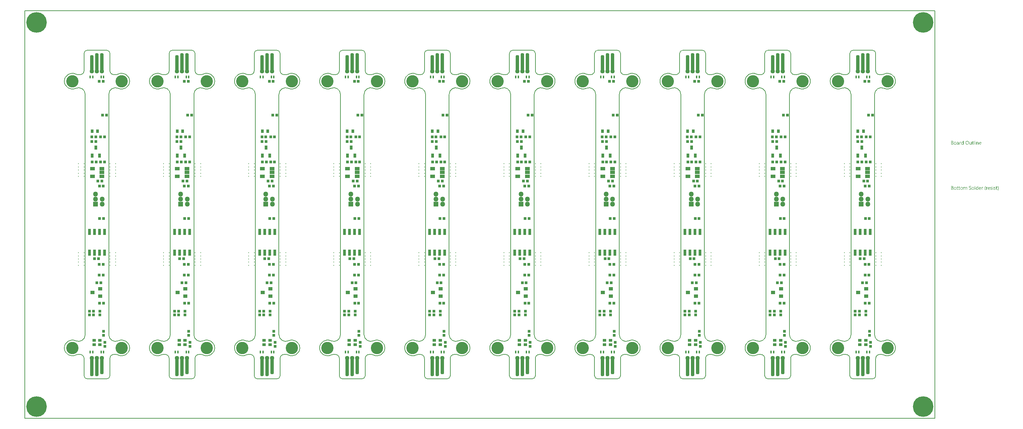
<source format=gbs>
G04*
G04 #@! TF.GenerationSoftware,Altium Limited,Altium Designer,21.8.1 (53)*
G04*
G04 Layer_Color=16711935*
%FSAX25Y25*%
%MOIN*%
G70*
G04*
G04 #@! TF.SameCoordinates,AD8986AE-68BC-4F7F-9B8F-024DBDB40C31*
G04*
G04*
G04 #@! TF.FilePolarity,Negative*
G04*
G01*
G75*
%ADD15C,0.00787*%
%ADD19C,0.04370*%
G04:AMPARAMS|DCode=24|XSize=35.43mil|YSize=169.29mil|CornerRadius=13.82mil|HoleSize=0mil|Usage=FLASHONLY|Rotation=0.000|XOffset=0mil|YOffset=0mil|HoleType=Round|Shape=RoundedRectangle|*
%AMROUNDEDRECTD24*
21,1,0.03543,0.14165,0,0,0.0*
21,1,0.00780,0.16929,0,0,0.0*
1,1,0.02764,0.00390,-0.07083*
1,1,0.02764,-0.00390,-0.07083*
1,1,0.02764,-0.00390,0.07083*
1,1,0.02764,0.00390,0.07083*
%
%ADD24ROUNDEDRECTD24*%
G04:AMPARAMS|DCode=25|XSize=35.43mil|YSize=188.98mil|CornerRadius=13.82mil|HoleSize=0mil|Usage=FLASHONLY|Rotation=0.000|XOffset=0mil|YOffset=0mil|HoleType=Round|Shape=RoundedRectangle|*
%AMROUNDEDRECTD25*
21,1,0.03543,0.16134,0,0,0.0*
21,1,0.00780,0.18898,0,0,0.0*
1,1,0.02764,0.00390,-0.08067*
1,1,0.02764,-0.00390,-0.08067*
1,1,0.02764,-0.00390,0.08067*
1,1,0.02764,0.00390,0.08067*
%
%ADD25ROUNDEDRECTD25*%
%ADD40C,0.00800*%
%ADD41C,0.20485*%
%ADD42C,0.04961*%
%ADD43R,0.04961X0.04961*%
%ADD44C,0.12205*%
%ADD45C,0.00591*%
%ADD46R,0.01575X0.02559*%
%ADD47R,0.03543X0.02953*%
%ADD48R,0.02953X0.03740*%
%ADD49R,0.04134X0.03740*%
%ADD50R,0.02756X0.02559*%
%ADD51R,0.04528X0.03347*%
%ADD52R,0.02953X0.04134*%
%ADD53R,0.02559X0.02756*%
%ADD54R,0.02953X0.06102*%
%ADD55R,0.02756X0.02559*%
%ADD56R,0.02559X0.02756*%
G36*
X0926178Y0256771D02*
X0926202D01*
X0926258Y0256747D01*
X0926289Y0256728D01*
X0926320Y0256703D01*
X0926326Y0256697D01*
X0926332Y0256691D01*
X0926363Y0256654D01*
X0926388Y0256592D01*
X0926394Y0256555D01*
X0926400Y0256518D01*
Y0256511D01*
Y0256499D01*
X0926394Y0256480D01*
X0926388Y0256456D01*
X0926369Y0256394D01*
X0926345Y0256363D01*
X0926320Y0256332D01*
X0926314D01*
X0926308Y0256319D01*
X0926270Y0256295D01*
X0926215Y0256270D01*
X0926178Y0256264D01*
X0926140Y0256258D01*
X0926122D01*
X0926103Y0256264D01*
X0926079D01*
X0926017Y0256289D01*
X0925986Y0256301D01*
X0925955Y0256326D01*
Y0256332D01*
X0925942Y0256338D01*
X0925930Y0256357D01*
X0925918Y0256375D01*
X0925893Y0256437D01*
X0925887Y0256474D01*
X0925881Y0256518D01*
Y0256524D01*
Y0256536D01*
X0925887Y0256555D01*
X0925893Y0256586D01*
X0925911Y0256641D01*
X0925930Y0256672D01*
X0925955Y0256703D01*
X0925961Y0256710D01*
X0925967Y0256716D01*
X0926004Y0256740D01*
X0926066Y0256765D01*
X0926103Y0256778D01*
X0926159D01*
X0926178Y0256771D01*
D02*
G37*
G36*
X0914188Y0253107D02*
X0913785D01*
Y0253528D01*
X0913773D01*
Y0253522D01*
X0913760Y0253509D01*
X0913742Y0253485D01*
X0913723Y0253453D01*
X0913692Y0253416D01*
X0913655Y0253379D01*
X0913612Y0253336D01*
X0913562Y0253293D01*
X0913507Y0253243D01*
X0913439Y0253200D01*
X0913371Y0253163D01*
X0913290Y0253126D01*
X0913210Y0253095D01*
X0913117Y0253070D01*
X0913018Y0253057D01*
X0912912Y0253051D01*
X0912869D01*
X0912832Y0253057D01*
X0912795Y0253064D01*
X0912745Y0253070D01*
X0912640Y0253095D01*
X0912516Y0253132D01*
X0912392Y0253194D01*
X0912324Y0253231D01*
X0912269Y0253274D01*
X0912207Y0253330D01*
X0912151Y0253385D01*
Y0253392D01*
X0912139Y0253404D01*
X0912126Y0253423D01*
X0912108Y0253447D01*
X0912089Y0253478D01*
X0912064Y0253522D01*
X0912040Y0253571D01*
X0912015Y0253627D01*
X0911984Y0253689D01*
X0911959Y0253757D01*
X0911934Y0253831D01*
X0911916Y0253912D01*
X0911897Y0253998D01*
X0911885Y0254097D01*
X0911879Y0254196D01*
X0911872Y0254302D01*
Y0254308D01*
Y0254326D01*
Y0254363D01*
X0911879Y0254407D01*
X0911885Y0254456D01*
X0911891Y0254518D01*
X0911897Y0254586D01*
X0911910Y0254661D01*
X0911947Y0254821D01*
X0912002Y0254989D01*
X0912040Y0255069D01*
X0912083Y0255150D01*
X0912126Y0255224D01*
X0912182Y0255298D01*
X0912188Y0255304D01*
X0912194Y0255317D01*
X0912213Y0255335D01*
X0912238Y0255360D01*
X0912269Y0255385D01*
X0912312Y0255416D01*
X0912355Y0255453D01*
X0912405Y0255490D01*
X0912529Y0255558D01*
X0912671Y0255620D01*
X0912751Y0255639D01*
X0912838Y0255657D01*
X0912925Y0255669D01*
X0913024Y0255676D01*
X0913073D01*
X0913111Y0255669D01*
X0913148Y0255663D01*
X0913197Y0255657D01*
X0913309Y0255626D01*
X0913432Y0255577D01*
X0913494Y0255546D01*
X0913556Y0255502D01*
X0913618Y0255459D01*
X0913674Y0255403D01*
X0913723Y0255342D01*
X0913773Y0255267D01*
X0913785D01*
Y0256827D01*
X0914188D01*
Y0253107D01*
D02*
G37*
G36*
X0928456Y0255669D02*
X0928530Y0255663D01*
X0928623Y0255645D01*
X0928722Y0255614D01*
X0928827Y0255564D01*
X0928932Y0255496D01*
X0928975Y0255459D01*
X0929019Y0255410D01*
X0929031Y0255397D01*
X0929056Y0255360D01*
X0929087Y0255298D01*
X0929130Y0255211D01*
X0929167Y0255106D01*
X0929204Y0254976D01*
X0929229Y0254821D01*
X0929235Y0254642D01*
Y0253107D01*
X0928833D01*
Y0254537D01*
Y0254543D01*
Y0254574D01*
X0928827Y0254611D01*
Y0254661D01*
X0928815Y0254722D01*
X0928802Y0254791D01*
X0928784Y0254865D01*
X0928759Y0254939D01*
X0928728Y0255013D01*
X0928691Y0255082D01*
X0928641Y0255150D01*
X0928586Y0255211D01*
X0928524Y0255261D01*
X0928443Y0255298D01*
X0928356Y0255329D01*
X0928251Y0255335D01*
X0928239D01*
X0928202Y0255329D01*
X0928146Y0255323D01*
X0928078Y0255304D01*
X0927997Y0255280D01*
X0927911Y0255236D01*
X0927830Y0255181D01*
X0927750Y0255106D01*
X0927744Y0255094D01*
X0927719Y0255069D01*
X0927688Y0255020D01*
X0927651Y0254952D01*
X0927614Y0254871D01*
X0927583Y0254772D01*
X0927558Y0254661D01*
X0927552Y0254537D01*
Y0253107D01*
X0927149D01*
Y0255620D01*
X0927552D01*
Y0255199D01*
X0927564D01*
X0927570Y0255205D01*
X0927577Y0255218D01*
X0927595Y0255242D01*
X0927620Y0255273D01*
X0927645Y0255311D01*
X0927682Y0255348D01*
X0927725Y0255391D01*
X0927775Y0255440D01*
X0927830Y0255484D01*
X0927892Y0255527D01*
X0927960Y0255564D01*
X0928035Y0255602D01*
X0928109Y0255632D01*
X0928195Y0255657D01*
X0928288Y0255669D01*
X0928387Y0255676D01*
X0928424D01*
X0928456Y0255669D01*
D02*
G37*
G36*
X0911458Y0255657D02*
X0911532Y0255651D01*
X0911575Y0255639D01*
X0911606Y0255626D01*
Y0255211D01*
X0911600Y0255218D01*
X0911588Y0255224D01*
X0911563Y0255236D01*
X0911532Y0255255D01*
X0911489Y0255267D01*
X0911433Y0255280D01*
X0911371Y0255286D01*
X0911303Y0255292D01*
X0911291D01*
X0911260Y0255286D01*
X0911210Y0255280D01*
X0911154Y0255261D01*
X0911080Y0255230D01*
X0911012Y0255187D01*
X0910938Y0255125D01*
X0910870Y0255044D01*
X0910863Y0255032D01*
X0910845Y0255001D01*
X0910814Y0254945D01*
X0910783Y0254871D01*
X0910752Y0254778D01*
X0910721Y0254661D01*
X0910703Y0254531D01*
X0910696Y0254382D01*
Y0253107D01*
X0910294D01*
Y0255620D01*
X0910696D01*
Y0255100D01*
X0910709D01*
Y0255106D01*
X0910715Y0255112D01*
X0910727Y0255143D01*
X0910746Y0255193D01*
X0910777Y0255255D01*
X0910808Y0255317D01*
X0910857Y0255385D01*
X0910907Y0255453D01*
X0910969Y0255515D01*
X0910975Y0255521D01*
X0911000Y0255540D01*
X0911037Y0255564D01*
X0911086Y0255589D01*
X0911142Y0255614D01*
X0911210Y0255639D01*
X0911284Y0255657D01*
X0911365Y0255663D01*
X0911421D01*
X0911458Y0255657D01*
D02*
G37*
G36*
X0922197Y0253107D02*
X0921795D01*
Y0253503D01*
X0921783D01*
Y0253497D01*
X0921770Y0253485D01*
X0921758Y0253460D01*
X0921733Y0253435D01*
X0921677Y0253361D01*
X0921591Y0253280D01*
X0921541Y0253237D01*
X0921486Y0253194D01*
X0921424Y0253156D01*
X0921349Y0253119D01*
X0921275Y0253095D01*
X0921195Y0253070D01*
X0921102Y0253057D01*
X0921009Y0253051D01*
X0920972D01*
X0920928Y0253057D01*
X0920866Y0253070D01*
X0920798Y0253082D01*
X0920724Y0253107D01*
X0920644Y0253138D01*
X0920563Y0253187D01*
X0920477Y0253243D01*
X0920396Y0253311D01*
X0920322Y0253398D01*
X0920254Y0253503D01*
X0920192Y0253621D01*
X0920148Y0253763D01*
X0920124Y0253930D01*
X0920111Y0254017D01*
Y0254116D01*
Y0255620D01*
X0920508D01*
Y0254178D01*
Y0254172D01*
Y0254147D01*
X0920514Y0254103D01*
X0920520Y0254054D01*
X0920526Y0253992D01*
X0920539Y0253930D01*
X0920557Y0253856D01*
X0920582Y0253782D01*
X0920619Y0253707D01*
X0920656Y0253639D01*
X0920706Y0253571D01*
X0920767Y0253509D01*
X0920836Y0253460D01*
X0920916Y0253423D01*
X0921015Y0253392D01*
X0921120Y0253385D01*
X0921133D01*
X0921170Y0253392D01*
X0921226Y0253398D01*
X0921288Y0253410D01*
X0921368Y0253441D01*
X0921448Y0253478D01*
X0921529Y0253528D01*
X0921603Y0253602D01*
X0921609Y0253614D01*
X0921634Y0253639D01*
X0921665Y0253689D01*
X0921702Y0253757D01*
X0921733Y0253837D01*
X0921764Y0253936D01*
X0921789Y0254048D01*
X0921795Y0254172D01*
Y0255620D01*
X0922197D01*
Y0253107D01*
D02*
G37*
G36*
X0926332D02*
X0925930D01*
Y0255620D01*
X0926332D01*
Y0253107D01*
D02*
G37*
G36*
X0925113D02*
X0924710D01*
Y0256827D01*
X0925113D01*
Y0253107D01*
D02*
G37*
G36*
X0908734Y0255669D02*
X0908790Y0255663D01*
X0908858Y0255645D01*
X0908932Y0255626D01*
X0909013Y0255595D01*
X0909099Y0255558D01*
X0909180Y0255509D01*
X0909260Y0255447D01*
X0909335Y0255372D01*
X0909403Y0255280D01*
X0909458Y0255174D01*
X0909502Y0255051D01*
X0909527Y0254908D01*
X0909539Y0254741D01*
Y0253107D01*
X0909136D01*
Y0253497D01*
X0909124D01*
Y0253491D01*
X0909112Y0253478D01*
X0909099Y0253453D01*
X0909075Y0253429D01*
X0909013Y0253355D01*
X0908932Y0253274D01*
X0908821Y0253194D01*
X0908691Y0253119D01*
X0908610Y0253095D01*
X0908530Y0253070D01*
X0908443Y0253057D01*
X0908350Y0253051D01*
X0908313D01*
X0908288Y0253057D01*
X0908220Y0253064D01*
X0908140Y0253076D01*
X0908041Y0253101D01*
X0907948Y0253132D01*
X0907849Y0253181D01*
X0907762Y0253243D01*
X0907756Y0253256D01*
X0907731Y0253280D01*
X0907694Y0253324D01*
X0907657Y0253385D01*
X0907620Y0253460D01*
X0907583Y0253546D01*
X0907558Y0253652D01*
X0907552Y0253769D01*
Y0253775D01*
Y0253800D01*
X0907558Y0253837D01*
X0907564Y0253881D01*
X0907577Y0253936D01*
X0907595Y0253998D01*
X0907620Y0254066D01*
X0907657Y0254134D01*
X0907700Y0254209D01*
X0907756Y0254283D01*
X0907824Y0254351D01*
X0907905Y0254413D01*
X0907998Y0254475D01*
X0908109Y0254524D01*
X0908233Y0254561D01*
X0908381Y0254592D01*
X0909136Y0254698D01*
Y0254704D01*
Y0254722D01*
X0909130Y0254760D01*
Y0254797D01*
X0909118Y0254846D01*
X0909112Y0254902D01*
X0909075Y0255020D01*
X0909044Y0255075D01*
X0909013Y0255131D01*
X0908969Y0255187D01*
X0908920Y0255236D01*
X0908858Y0255280D01*
X0908790Y0255311D01*
X0908709Y0255329D01*
X0908617Y0255335D01*
X0908573D01*
X0908542Y0255329D01*
X0908499D01*
X0908456Y0255317D01*
X0908344Y0255298D01*
X0908220Y0255261D01*
X0908084Y0255205D01*
X0908010Y0255168D01*
X0907942Y0255131D01*
X0907868Y0255082D01*
X0907800Y0255026D01*
Y0255440D01*
X0907806D01*
X0907818Y0255453D01*
X0907837Y0255465D01*
X0907868Y0255478D01*
X0907899Y0255496D01*
X0907942Y0255515D01*
X0907991Y0255533D01*
X0908047Y0255558D01*
X0908171Y0255602D01*
X0908319Y0255639D01*
X0908480Y0255663D01*
X0908654Y0255676D01*
X0908691D01*
X0908734Y0255669D01*
D02*
G37*
G36*
X0903045Y0256617D02*
X0903089D01*
X0903132Y0256610D01*
X0903231Y0256598D01*
X0903349Y0256567D01*
X0903473Y0256530D01*
X0903590Y0256474D01*
X0903695Y0256400D01*
X0903702D01*
X0903708Y0256388D01*
X0903739Y0256363D01*
X0903782Y0256313D01*
X0903832Y0256245D01*
X0903875Y0256159D01*
X0903918Y0256060D01*
X0903949Y0255948D01*
X0903962Y0255886D01*
Y0255818D01*
Y0255812D01*
Y0255806D01*
Y0255769D01*
X0903955Y0255713D01*
X0903943Y0255645D01*
X0903924Y0255558D01*
X0903894Y0255471D01*
X0903856Y0255385D01*
X0903801Y0255298D01*
X0903794Y0255286D01*
X0903770Y0255261D01*
X0903733Y0255224D01*
X0903683Y0255174D01*
X0903621Y0255125D01*
X0903547Y0255069D01*
X0903454Y0255026D01*
X0903355Y0254982D01*
Y0254976D01*
X0903374D01*
X0903392Y0254970D01*
X0903411Y0254964D01*
X0903479Y0254952D01*
X0903559Y0254927D01*
X0903646Y0254890D01*
X0903739Y0254846D01*
X0903832Y0254784D01*
X0903918Y0254704D01*
X0903931Y0254692D01*
X0903955Y0254661D01*
X0903986Y0254617D01*
X0904030Y0254549D01*
X0904067Y0254463D01*
X0904104Y0254363D01*
X0904129Y0254246D01*
X0904135Y0254116D01*
Y0254110D01*
Y0254097D01*
Y0254072D01*
X0904129Y0254042D01*
X0904123Y0254004D01*
X0904116Y0253961D01*
X0904092Y0253856D01*
X0904055Y0253738D01*
X0903999Y0253614D01*
X0903962Y0253559D01*
X0903918Y0253497D01*
X0903863Y0253441D01*
X0903807Y0253385D01*
X0903801D01*
X0903794Y0253373D01*
X0903776Y0253361D01*
X0903751Y0253342D01*
X0903720Y0253324D01*
X0903677Y0253299D01*
X0903584Y0253249D01*
X0903467Y0253194D01*
X0903330Y0253150D01*
X0903169Y0253119D01*
X0903089Y0253113D01*
X0902996Y0253107D01*
X0901968D01*
Y0256623D01*
X0903015D01*
X0903045Y0256617D01*
D02*
G37*
G36*
X0923541Y0255620D02*
X0924178D01*
Y0255273D01*
X0923541D01*
Y0253856D01*
Y0253843D01*
Y0253813D01*
X0923547Y0253769D01*
X0923553Y0253713D01*
X0923578Y0253596D01*
X0923596Y0253540D01*
X0923627Y0253497D01*
X0923633Y0253491D01*
X0923646Y0253478D01*
X0923664Y0253466D01*
X0923695Y0253447D01*
X0923732Y0253423D01*
X0923782Y0253410D01*
X0923844Y0253398D01*
X0923912Y0253392D01*
X0923937D01*
X0923968Y0253398D01*
X0924005Y0253404D01*
X0924092Y0253429D01*
X0924135Y0253447D01*
X0924178Y0253472D01*
Y0253126D01*
X0924172D01*
X0924153Y0253113D01*
X0924123Y0253107D01*
X0924079Y0253095D01*
X0924024Y0253082D01*
X0923962Y0253070D01*
X0923887Y0253064D01*
X0923801Y0253057D01*
X0923770D01*
X0923739Y0253064D01*
X0923695Y0253070D01*
X0923646Y0253082D01*
X0923590Y0253095D01*
X0923534Y0253119D01*
X0923472Y0253150D01*
X0923411Y0253187D01*
X0923349Y0253237D01*
X0923293Y0253293D01*
X0923244Y0253367D01*
X0923200Y0253447D01*
X0923169Y0253546D01*
X0923145Y0253658D01*
X0923138Y0253788D01*
Y0255273D01*
X0922711D01*
Y0255620D01*
X0923138D01*
Y0256233D01*
X0923541Y0256363D01*
Y0255620D01*
D02*
G37*
G36*
X0931068Y0255669D02*
X0931111Y0255663D01*
X0931154Y0255657D01*
X0931266Y0255639D01*
X0931390Y0255595D01*
X0931513Y0255540D01*
X0931575Y0255502D01*
X0931637Y0255459D01*
X0931693Y0255410D01*
X0931749Y0255354D01*
X0931755Y0255348D01*
X0931761Y0255342D01*
X0931773Y0255323D01*
X0931792Y0255298D01*
X0931810Y0255261D01*
X0931835Y0255224D01*
X0931860Y0255181D01*
X0931885Y0255125D01*
X0931909Y0255063D01*
X0931934Y0255001D01*
X0931959Y0254927D01*
X0931978Y0254846D01*
X0931996Y0254760D01*
X0932008Y0254673D01*
X0932021Y0254574D01*
Y0254469D01*
Y0254258D01*
X0930244D01*
Y0254252D01*
Y0254240D01*
Y0254221D01*
X0930251Y0254190D01*
X0930257Y0254153D01*
Y0254116D01*
X0930275Y0254017D01*
X0930306Y0253918D01*
X0930343Y0253806D01*
X0930399Y0253701D01*
X0930467Y0253608D01*
X0930480Y0253596D01*
X0930504Y0253571D01*
X0930554Y0253540D01*
X0930622Y0253497D01*
X0930709Y0253453D01*
X0930808Y0253423D01*
X0930925Y0253398D01*
X0931061Y0253385D01*
X0931105D01*
X0931136Y0253392D01*
X0931173D01*
X0931216Y0253398D01*
X0931322Y0253423D01*
X0931439Y0253453D01*
X0931569Y0253503D01*
X0931705Y0253571D01*
X0931773Y0253614D01*
X0931841Y0253664D01*
Y0253286D01*
X0931835D01*
X0931829Y0253274D01*
X0931810Y0253268D01*
X0931779Y0253249D01*
X0931749Y0253231D01*
X0931711Y0253212D01*
X0931662Y0253194D01*
X0931612Y0253169D01*
X0931551Y0253144D01*
X0931482Y0253126D01*
X0931334Y0253088D01*
X0931161Y0253064D01*
X0930969Y0253051D01*
X0930919D01*
X0930882Y0253057D01*
X0930839Y0253064D01*
X0930783Y0253070D01*
X0930665Y0253095D01*
X0930529Y0253132D01*
X0930393Y0253194D01*
X0930325Y0253237D01*
X0930257Y0253280D01*
X0930195Y0253330D01*
X0930133Y0253392D01*
X0930127Y0253398D01*
X0930121Y0253410D01*
X0930108Y0253429D01*
X0930083Y0253453D01*
X0930065Y0253491D01*
X0930040Y0253534D01*
X0930009Y0253584D01*
X0929984Y0253639D01*
X0929953Y0253701D01*
X0929929Y0253775D01*
X0929898Y0253856D01*
X0929879Y0253942D01*
X0929861Y0254035D01*
X0929842Y0254134D01*
X0929836Y0254240D01*
X0929830Y0254351D01*
Y0254357D01*
Y0254376D01*
Y0254407D01*
X0929836Y0254450D01*
X0929842Y0254500D01*
X0929848Y0254555D01*
X0929854Y0254623D01*
X0929873Y0254692D01*
X0929910Y0254840D01*
X0929966Y0255001D01*
X0930003Y0255082D01*
X0930052Y0255156D01*
X0930102Y0255236D01*
X0930158Y0255304D01*
X0930164Y0255311D01*
X0930176Y0255323D01*
X0930195Y0255342D01*
X0930220Y0255360D01*
X0930251Y0255391D01*
X0930288Y0255422D01*
X0930337Y0255453D01*
X0930387Y0255490D01*
X0930504Y0255558D01*
X0930647Y0255620D01*
X0930727Y0255639D01*
X0930808Y0255657D01*
X0930894Y0255669D01*
X0930987Y0255676D01*
X0931037D01*
X0931068Y0255669D01*
D02*
G37*
G36*
X0918025Y0256679D02*
X0918087Y0256672D01*
X0918161Y0256660D01*
X0918242Y0256641D01*
X0918329Y0256623D01*
X0918415Y0256598D01*
X0918514Y0256567D01*
X0918607Y0256524D01*
X0918706Y0256474D01*
X0918805Y0256418D01*
X0918898Y0256350D01*
X0918991Y0256276D01*
X0919078Y0256189D01*
X0919084Y0256183D01*
X0919096Y0256165D01*
X0919121Y0256140D01*
X0919146Y0256103D01*
X0919183Y0256053D01*
X0919220Y0255991D01*
X0919257Y0255923D01*
X0919300Y0255849D01*
X0919344Y0255756D01*
X0919381Y0255663D01*
X0919418Y0255558D01*
X0919455Y0255440D01*
X0919480Y0255323D01*
X0919505Y0255193D01*
X0919517Y0255051D01*
X0919523Y0254908D01*
Y0254896D01*
Y0254871D01*
Y0254828D01*
X0919517Y0254766D01*
X0919511Y0254692D01*
X0919499Y0254611D01*
X0919486Y0254518D01*
X0919468Y0254413D01*
X0919443Y0254308D01*
X0919412Y0254196D01*
X0919375Y0254085D01*
X0919331Y0253974D01*
X0919276Y0253856D01*
X0919214Y0253751D01*
X0919146Y0253645D01*
X0919065Y0253546D01*
X0919059Y0253540D01*
X0919047Y0253528D01*
X0919016Y0253503D01*
X0918985Y0253472D01*
X0918935Y0253429D01*
X0918880Y0253392D01*
X0918818Y0253342D01*
X0918743Y0253299D01*
X0918663Y0253256D01*
X0918570Y0253206D01*
X0918471Y0253169D01*
X0918360Y0253132D01*
X0918242Y0253095D01*
X0918118Y0253070D01*
X0917988Y0253057D01*
X0917846Y0253051D01*
X0917815D01*
X0917772Y0253057D01*
X0917722D01*
X0917660Y0253064D01*
X0917586Y0253076D01*
X0917505Y0253095D01*
X0917412Y0253113D01*
X0917320Y0253138D01*
X0917221Y0253169D01*
X0917122Y0253212D01*
X0917023Y0253256D01*
X0916924Y0253311D01*
X0916825Y0253379D01*
X0916732Y0253453D01*
X0916645Y0253540D01*
X0916639Y0253546D01*
X0916626Y0253565D01*
X0916602Y0253590D01*
X0916577Y0253627D01*
X0916540Y0253676D01*
X0916503Y0253738D01*
X0916465Y0253806D01*
X0916422Y0253887D01*
X0916379Y0253974D01*
X0916342Y0254066D01*
X0916304Y0254172D01*
X0916267Y0254289D01*
X0916243Y0254407D01*
X0916218Y0254537D01*
X0916206Y0254679D01*
X0916199Y0254821D01*
Y0254834D01*
Y0254859D01*
X0916206Y0254902D01*
Y0254964D01*
X0916212Y0255032D01*
X0916224Y0255119D01*
X0916236Y0255211D01*
X0916255Y0255311D01*
X0916280Y0255416D01*
X0916311Y0255527D01*
X0916348Y0255639D01*
X0916391Y0255750D01*
X0916447Y0255861D01*
X0916509Y0255973D01*
X0916577Y0256078D01*
X0916657Y0256177D01*
X0916663Y0256183D01*
X0916676Y0256202D01*
X0916707Y0256227D01*
X0916744Y0256258D01*
X0916787Y0256295D01*
X0916843Y0256338D01*
X0916911Y0256381D01*
X0916985Y0256431D01*
X0917072Y0256480D01*
X0917165Y0256524D01*
X0917264Y0256567D01*
X0917375Y0256604D01*
X0917499Y0256635D01*
X0917629Y0256666D01*
X0917765Y0256679D01*
X0917908Y0256685D01*
X0917976D01*
X0918025Y0256679D01*
D02*
G37*
G36*
X0905998Y0255669D02*
X0906042Y0255663D01*
X0906097Y0255657D01*
X0906221Y0255632D01*
X0906363Y0255589D01*
X0906506Y0255527D01*
X0906580Y0255490D01*
X0906648Y0255447D01*
X0906716Y0255391D01*
X0906778Y0255329D01*
X0906784Y0255323D01*
X0906791Y0255311D01*
X0906809Y0255292D01*
X0906828Y0255267D01*
X0906852Y0255230D01*
X0906877Y0255187D01*
X0906908Y0255137D01*
X0906939Y0255082D01*
X0906964Y0255013D01*
X0906995Y0254945D01*
X0907020Y0254865D01*
X0907044Y0254778D01*
X0907063Y0254685D01*
X0907081Y0254586D01*
X0907088Y0254481D01*
X0907094Y0254370D01*
Y0254363D01*
Y0254345D01*
Y0254314D01*
X0907088Y0254271D01*
X0907081Y0254221D01*
X0907075Y0254159D01*
X0907063Y0254097D01*
X0907051Y0254023D01*
X0907013Y0253874D01*
X0906951Y0253713D01*
X0906914Y0253633D01*
X0906865Y0253553D01*
X0906815Y0253478D01*
X0906753Y0253410D01*
X0906747Y0253404D01*
X0906735Y0253398D01*
X0906716Y0253379D01*
X0906691Y0253355D01*
X0906654Y0253330D01*
X0906617Y0253299D01*
X0906568Y0253262D01*
X0906512Y0253231D01*
X0906450Y0253200D01*
X0906382Y0253163D01*
X0906308Y0253132D01*
X0906227Y0253107D01*
X0906141Y0253082D01*
X0906048Y0253070D01*
X0905949Y0253057D01*
X0905843Y0253051D01*
X0905788D01*
X0905751Y0253057D01*
X0905707Y0253064D01*
X0905651Y0253070D01*
X0905590Y0253082D01*
X0905521Y0253095D01*
X0905379Y0253138D01*
X0905231Y0253200D01*
X0905156Y0253237D01*
X0905088Y0253286D01*
X0905020Y0253336D01*
X0904952Y0253398D01*
X0904946Y0253404D01*
X0904940Y0253416D01*
X0904921Y0253435D01*
X0904902Y0253460D01*
X0904878Y0253497D01*
X0904847Y0253540D01*
X0904816Y0253590D01*
X0904791Y0253645D01*
X0904760Y0253713D01*
X0904729Y0253782D01*
X0904698Y0253856D01*
X0904673Y0253942D01*
X0904636Y0254128D01*
X0904630Y0254227D01*
X0904624Y0254332D01*
Y0254339D01*
Y0254363D01*
Y0254394D01*
X0904630Y0254438D01*
X0904636Y0254487D01*
X0904643Y0254549D01*
X0904655Y0254617D01*
X0904667Y0254692D01*
X0904704Y0254853D01*
X0904766Y0255013D01*
X0904810Y0255094D01*
X0904853Y0255174D01*
X0904902Y0255249D01*
X0904964Y0255317D01*
X0904971Y0255323D01*
X0904983Y0255335D01*
X0905002Y0255348D01*
X0905026Y0255372D01*
X0905064Y0255397D01*
X0905107Y0255428D01*
X0905156Y0255465D01*
X0905212Y0255496D01*
X0905274Y0255527D01*
X0905348Y0255564D01*
X0905422Y0255595D01*
X0905509Y0255620D01*
X0905596Y0255645D01*
X0905695Y0255663D01*
X0905800Y0255669D01*
X0905905Y0255676D01*
X0905961D01*
X0905998Y0255669D01*
D02*
G37*
G36*
X0943609Y0211845D02*
X0943633D01*
X0943689Y0211820D01*
X0943720Y0211802D01*
X0943751Y0211777D01*
X0943757Y0211771D01*
X0943763Y0211764D01*
X0943794Y0211727D01*
X0943819Y0211665D01*
X0943825Y0211628D01*
X0943832Y0211591D01*
Y0211585D01*
Y0211573D01*
X0943825Y0211554D01*
X0943819Y0211529D01*
X0943801Y0211467D01*
X0943776Y0211436D01*
X0943751Y0211405D01*
X0943745D01*
X0943739Y0211393D01*
X0943701Y0211368D01*
X0943646Y0211344D01*
X0943609Y0211337D01*
X0943571Y0211331D01*
X0943553D01*
X0943534Y0211337D01*
X0943510D01*
X0943448Y0211362D01*
X0943417Y0211374D01*
X0943386Y0211399D01*
Y0211405D01*
X0943373Y0211412D01*
X0943361Y0211430D01*
X0943349Y0211449D01*
X0943324Y0211511D01*
X0943318Y0211548D01*
X0943312Y0211591D01*
Y0211597D01*
Y0211610D01*
X0943318Y0211628D01*
X0943324Y0211659D01*
X0943342Y0211715D01*
X0943361Y0211746D01*
X0943386Y0211777D01*
X0943392Y0211783D01*
X0943398Y0211789D01*
X0943435Y0211814D01*
X0943497Y0211839D01*
X0943534Y0211851D01*
X0943590D01*
X0943609Y0211845D01*
D02*
G37*
G36*
X0921040Y0211752D02*
X0921089D01*
X0921201Y0211740D01*
X0921325Y0211727D01*
X0921448Y0211702D01*
X0921566Y0211671D01*
X0921616Y0211653D01*
X0921665Y0211628D01*
Y0211164D01*
X0921659D01*
X0921653Y0211176D01*
X0921634Y0211182D01*
X0921609Y0211201D01*
X0921578Y0211213D01*
X0921541Y0211232D01*
X0921448Y0211275D01*
X0921337Y0211313D01*
X0921201Y0211350D01*
X0921040Y0211374D01*
X0920866Y0211381D01*
X0920817D01*
X0920780Y0211374D01*
X0920743D01*
X0920693Y0211368D01*
X0920594Y0211350D01*
X0920588D01*
X0920569Y0211344D01*
X0920545Y0211337D01*
X0920514Y0211331D01*
X0920439Y0211300D01*
X0920353Y0211263D01*
X0920347D01*
X0920334Y0211251D01*
X0920316Y0211238D01*
X0920291Y0211220D01*
X0920235Y0211164D01*
X0920179Y0211096D01*
Y0211090D01*
X0920167Y0211077D01*
X0920161Y0211059D01*
X0920148Y0211028D01*
X0920136Y0210991D01*
X0920130Y0210953D01*
X0920118Y0210855D01*
Y0210848D01*
Y0210830D01*
Y0210805D01*
X0920124Y0210774D01*
X0920136Y0210700D01*
X0920167Y0210619D01*
Y0210613D01*
X0920179Y0210601D01*
X0920186Y0210582D01*
X0920204Y0210557D01*
X0920254Y0210502D01*
X0920316Y0210440D01*
X0920322Y0210434D01*
X0920334Y0210427D01*
X0920353Y0210409D01*
X0920384Y0210390D01*
X0920421Y0210366D01*
X0920458Y0210341D01*
X0920557Y0210279D01*
X0920563Y0210273D01*
X0920582Y0210266D01*
X0920613Y0210248D01*
X0920650Y0210229D01*
X0920699Y0210205D01*
X0920755Y0210180D01*
X0920879Y0210118D01*
X0920885Y0210112D01*
X0920910Y0210099D01*
X0920947Y0210081D01*
X0920996Y0210056D01*
X0921052Y0210031D01*
X0921114Y0209994D01*
X0921238Y0209920D01*
X0921244Y0209914D01*
X0921269Y0209901D01*
X0921300Y0209883D01*
X0921343Y0209852D01*
X0921436Y0209777D01*
X0921535Y0209691D01*
X0921541Y0209685D01*
X0921560Y0209672D01*
X0921578Y0209641D01*
X0921609Y0209610D01*
X0921640Y0209567D01*
X0921677Y0209524D01*
X0921739Y0209412D01*
X0921745Y0209406D01*
X0921752Y0209387D01*
X0921764Y0209356D01*
X0921776Y0209313D01*
X0921789Y0209264D01*
X0921801Y0209202D01*
X0921814Y0209140D01*
Y0209066D01*
Y0209053D01*
Y0209022D01*
X0921807Y0208973D01*
X0921801Y0208911D01*
X0921789Y0208843D01*
X0921770Y0208768D01*
X0921745Y0208694D01*
X0921708Y0208626D01*
X0921702Y0208620D01*
X0921690Y0208595D01*
X0921665Y0208564D01*
X0921640Y0208521D01*
X0921597Y0208477D01*
X0921554Y0208428D01*
X0921498Y0208379D01*
X0921436Y0208329D01*
X0921430Y0208323D01*
X0921405Y0208310D01*
X0921368Y0208292D01*
X0921318Y0208267D01*
X0921263Y0208242D01*
X0921195Y0208218D01*
X0921114Y0208193D01*
X0921034Y0208174D01*
X0921021D01*
X0920996Y0208168D01*
X0920953Y0208162D01*
X0920891Y0208149D01*
X0920823Y0208143D01*
X0920743Y0208131D01*
X0920656Y0208125D01*
X0920508D01*
X0920439Y0208131D01*
X0920353Y0208137D01*
X0920334D01*
X0920309Y0208143D01*
X0920278Y0208149D01*
X0920198Y0208156D01*
X0920105Y0208174D01*
X0920099D01*
X0920080Y0208180D01*
X0920056Y0208187D01*
X0920025Y0208193D01*
X0919950Y0208211D01*
X0919864Y0208236D01*
X0919858D01*
X0919845Y0208242D01*
X0919827Y0208248D01*
X0919802Y0208261D01*
X0919740Y0208286D01*
X0919678Y0208323D01*
Y0208806D01*
X0919684Y0208799D01*
X0919697Y0208793D01*
X0919709Y0208781D01*
X0919734Y0208762D01*
X0919802Y0208719D01*
X0919882Y0208669D01*
X0919888D01*
X0919901Y0208663D01*
X0919926Y0208651D01*
X0919957Y0208639D01*
X0920037Y0208601D01*
X0920124Y0208570D01*
X0920130D01*
X0920148Y0208564D01*
X0920173Y0208558D01*
X0920204Y0208552D01*
X0920291Y0208527D01*
X0920384Y0208508D01*
X0920409D01*
X0920433Y0208502D01*
X0920464D01*
X0920539Y0208496D01*
X0920625Y0208490D01*
X0920687D01*
X0920755Y0208496D01*
X0920842Y0208508D01*
X0920935Y0208521D01*
X0921027Y0208546D01*
X0921114Y0208583D01*
X0921195Y0208626D01*
X0921201Y0208632D01*
X0921226Y0208651D01*
X0921257Y0208688D01*
X0921288Y0208731D01*
X0921325Y0208787D01*
X0921349Y0208861D01*
X0921374Y0208942D01*
X0921380Y0209035D01*
Y0209041D01*
Y0209059D01*
Y0209084D01*
X0921374Y0209121D01*
X0921356Y0209202D01*
X0921318Y0209282D01*
Y0209288D01*
X0921306Y0209301D01*
X0921294Y0209319D01*
X0921275Y0209344D01*
X0921219Y0209406D01*
X0921145Y0209474D01*
X0921139Y0209480D01*
X0921126Y0209493D01*
X0921102Y0209505D01*
X0921071Y0209530D01*
X0921034Y0209555D01*
X0920990Y0209585D01*
X0920885Y0209641D01*
X0920879Y0209647D01*
X0920860Y0209654D01*
X0920829Y0209672D01*
X0920786Y0209691D01*
X0920743Y0209722D01*
X0920687Y0209747D01*
X0920557Y0209815D01*
X0920551Y0209821D01*
X0920526Y0209833D01*
X0920489Y0209852D01*
X0920446Y0209870D01*
X0920396Y0209901D01*
X0920340Y0209932D01*
X0920217Y0210000D01*
X0920210Y0210006D01*
X0920192Y0210019D01*
X0920161Y0210037D01*
X0920124Y0210062D01*
X0920031Y0210130D01*
X0919938Y0210211D01*
X0919932Y0210217D01*
X0919919Y0210229D01*
X0919895Y0210254D01*
X0919870Y0210285D01*
X0919839Y0210328D01*
X0919808Y0210372D01*
X0919752Y0210471D01*
Y0210477D01*
X0919740Y0210495D01*
X0919734Y0210526D01*
X0919721Y0210570D01*
X0919709Y0210619D01*
X0919697Y0210681D01*
X0919691Y0210743D01*
X0919684Y0210817D01*
Y0210830D01*
Y0210861D01*
X0919691Y0210904D01*
X0919697Y0210960D01*
X0919709Y0211028D01*
X0919728Y0211096D01*
X0919752Y0211164D01*
X0919790Y0211232D01*
X0919796Y0211238D01*
X0919808Y0211263D01*
X0919833Y0211294D01*
X0919864Y0211337D01*
X0919901Y0211381D01*
X0919950Y0211430D01*
X0920006Y0211480D01*
X0920068Y0211523D01*
X0920074Y0211529D01*
X0920099Y0211542D01*
X0920136Y0211566D01*
X0920179Y0211591D01*
X0920241Y0211616D01*
X0920303Y0211647D01*
X0920378Y0211671D01*
X0920458Y0211696D01*
X0920470D01*
X0920495Y0211709D01*
X0920539Y0211715D01*
X0920600Y0211727D01*
X0920669Y0211740D01*
X0920743Y0211746D01*
X0920910Y0211758D01*
X0920996D01*
X0921040Y0211752D01*
D02*
G37*
G36*
X0928771Y0208180D02*
X0928369D01*
Y0208601D01*
X0928356D01*
Y0208595D01*
X0928344Y0208583D01*
X0928325Y0208558D01*
X0928307Y0208527D01*
X0928276Y0208490D01*
X0928239Y0208453D01*
X0928195Y0208409D01*
X0928146Y0208366D01*
X0928090Y0208317D01*
X0928022Y0208273D01*
X0927954Y0208236D01*
X0927874Y0208199D01*
X0927793Y0208168D01*
X0927700Y0208143D01*
X0927601Y0208131D01*
X0927496Y0208125D01*
X0927453D01*
X0927416Y0208131D01*
X0927378Y0208137D01*
X0927329Y0208143D01*
X0927224Y0208168D01*
X0927100Y0208205D01*
X0926976Y0208267D01*
X0926908Y0208304D01*
X0926852Y0208348D01*
X0926790Y0208403D01*
X0926735Y0208459D01*
Y0208465D01*
X0926722Y0208477D01*
X0926710Y0208496D01*
X0926691Y0208521D01*
X0926673Y0208552D01*
X0926648Y0208595D01*
X0926623Y0208645D01*
X0926598Y0208700D01*
X0926567Y0208762D01*
X0926543Y0208830D01*
X0926518Y0208905D01*
X0926499Y0208985D01*
X0926481Y0209072D01*
X0926468Y0209171D01*
X0926462Y0209270D01*
X0926456Y0209375D01*
Y0209381D01*
Y0209400D01*
Y0209437D01*
X0926462Y0209480D01*
X0926468Y0209530D01*
X0926475Y0209592D01*
X0926481Y0209660D01*
X0926493Y0209734D01*
X0926530Y0209895D01*
X0926586Y0210062D01*
X0926623Y0210143D01*
X0926667Y0210223D01*
X0926710Y0210297D01*
X0926766Y0210372D01*
X0926772Y0210378D01*
X0926778Y0210390D01*
X0926797Y0210409D01*
X0926821Y0210434D01*
X0926852Y0210458D01*
X0926896Y0210489D01*
X0926939Y0210526D01*
X0926989Y0210563D01*
X0927112Y0210632D01*
X0927255Y0210694D01*
X0927335Y0210712D01*
X0927422Y0210731D01*
X0927508Y0210743D01*
X0927608Y0210749D01*
X0927657D01*
X0927694Y0210743D01*
X0927731Y0210737D01*
X0927781Y0210731D01*
X0927892Y0210700D01*
X0928016Y0210650D01*
X0928078Y0210619D01*
X0928140Y0210576D01*
X0928202Y0210533D01*
X0928257Y0210477D01*
X0928307Y0210415D01*
X0928356Y0210341D01*
X0928369D01*
Y0211901D01*
X0928771D01*
Y0208180D01*
D02*
G37*
G36*
X0945515Y0210743D02*
X0945596Y0210737D01*
X0945682Y0210724D01*
X0945781Y0210700D01*
X0945880Y0210675D01*
X0945979Y0210638D01*
Y0210229D01*
X0945967Y0210236D01*
X0945930Y0210260D01*
X0945874Y0210285D01*
X0945800Y0210322D01*
X0945707Y0210353D01*
X0945596Y0210384D01*
X0945472Y0210403D01*
X0945342Y0210409D01*
X0945274D01*
X0945212Y0210396D01*
X0945138Y0210384D01*
X0945131D01*
X0945125Y0210378D01*
X0945088Y0210366D01*
X0945039Y0210341D01*
X0944983Y0210310D01*
X0944970Y0210304D01*
X0944946Y0210279D01*
X0944915Y0210242D01*
X0944884Y0210198D01*
X0944878Y0210186D01*
X0944865Y0210155D01*
X0944853Y0210112D01*
X0944847Y0210056D01*
Y0210050D01*
Y0210037D01*
Y0210019D01*
X0944853Y0210000D01*
X0944865Y0209945D01*
X0944884Y0209889D01*
X0944890Y0209876D01*
X0944909Y0209852D01*
X0944946Y0209815D01*
X0944989Y0209771D01*
X0944995D01*
X0945001Y0209765D01*
X0945039Y0209740D01*
X0945088Y0209709D01*
X0945156Y0209678D01*
X0945162D01*
X0945175Y0209672D01*
X0945193Y0209666D01*
X0945224Y0209654D01*
X0945292Y0209629D01*
X0945379Y0209592D01*
X0945385D01*
X0945410Y0209579D01*
X0945441Y0209567D01*
X0945478Y0209555D01*
X0945577Y0209511D01*
X0945676Y0209462D01*
X0945682D01*
X0945701Y0209449D01*
X0945726Y0209437D01*
X0945757Y0209418D01*
X0945831Y0209369D01*
X0945905Y0209307D01*
X0945911Y0209301D01*
X0945924Y0209295D01*
X0945936Y0209276D01*
X0945961Y0209251D01*
X0946004Y0209189D01*
X0946047Y0209109D01*
Y0209103D01*
X0946054Y0209090D01*
X0946066Y0209066D01*
X0946072Y0209035D01*
X0946085Y0208998D01*
X0946091Y0208954D01*
X0946097Y0208849D01*
Y0208843D01*
Y0208818D01*
X0946091Y0208781D01*
X0946085Y0208737D01*
X0946078Y0208688D01*
X0946060Y0208632D01*
X0946041Y0208583D01*
X0946010Y0208527D01*
X0946004Y0208521D01*
X0945998Y0208502D01*
X0945979Y0208477D01*
X0945955Y0208447D01*
X0945924Y0208409D01*
X0945887Y0208372D01*
X0945794Y0208298D01*
X0945788Y0208292D01*
X0945769Y0208286D01*
X0945744Y0208267D01*
X0945701Y0208248D01*
X0945658Y0208224D01*
X0945602Y0208205D01*
X0945546Y0208187D01*
X0945478Y0208168D01*
X0945472D01*
X0945447Y0208162D01*
X0945410Y0208156D01*
X0945367Y0208149D01*
X0945305Y0208137D01*
X0945243Y0208131D01*
X0945100Y0208125D01*
X0945039D01*
X0944964Y0208131D01*
X0944871Y0208143D01*
X0944766Y0208162D01*
X0944655Y0208187D01*
X0944543Y0208218D01*
X0944432Y0208267D01*
Y0208700D01*
X0944438D01*
X0944444Y0208688D01*
X0944463Y0208676D01*
X0944488Y0208663D01*
X0944556Y0208626D01*
X0944648Y0208583D01*
X0944754Y0208533D01*
X0944878Y0208496D01*
X0945014Y0208471D01*
X0945156Y0208459D01*
X0945206D01*
X0945237Y0208465D01*
X0945323Y0208477D01*
X0945422Y0208502D01*
X0945515Y0208546D01*
X0945558Y0208576D01*
X0945602Y0208608D01*
X0945633Y0208651D01*
X0945658Y0208694D01*
X0945676Y0208750D01*
X0945682Y0208812D01*
Y0208818D01*
Y0208830D01*
Y0208849D01*
X0945676Y0208868D01*
X0945664Y0208923D01*
X0945639Y0208979D01*
Y0208985D01*
X0945633Y0208991D01*
X0945608Y0209022D01*
X0945571Y0209066D01*
X0945515Y0209103D01*
X0945509D01*
X0945503Y0209115D01*
X0945466Y0209134D01*
X0945410Y0209171D01*
X0945336Y0209202D01*
X0945329D01*
X0945317Y0209208D01*
X0945298Y0209220D01*
X0945267Y0209233D01*
X0945199Y0209258D01*
X0945113Y0209295D01*
X0945107D01*
X0945082Y0209307D01*
X0945051Y0209319D01*
X0945014Y0209332D01*
X0944915Y0209375D01*
X0944816Y0209425D01*
X0944810Y0209431D01*
X0944797Y0209437D01*
X0944772Y0209449D01*
X0944741Y0209468D01*
X0944673Y0209517D01*
X0944605Y0209573D01*
X0944599Y0209579D01*
X0944593Y0209585D01*
X0944574Y0209604D01*
X0944556Y0209629D01*
X0944512Y0209691D01*
X0944475Y0209765D01*
Y0209771D01*
X0944469Y0209784D01*
X0944463Y0209808D01*
X0944457Y0209839D01*
X0944450Y0209876D01*
X0944444Y0209920D01*
X0944438Y0210025D01*
Y0210031D01*
Y0210056D01*
X0944444Y0210087D01*
X0944450Y0210130D01*
X0944457Y0210180D01*
X0944475Y0210229D01*
X0944494Y0210285D01*
X0944518Y0210334D01*
X0944525Y0210341D01*
X0944531Y0210359D01*
X0944549Y0210384D01*
X0944574Y0210415D01*
X0944642Y0210489D01*
X0944729Y0210563D01*
X0944735Y0210570D01*
X0944754Y0210576D01*
X0944779Y0210595D01*
X0944822Y0210613D01*
X0944865Y0210638D01*
X0944915Y0210663D01*
X0945039Y0210700D01*
X0945045D01*
X0945069Y0210706D01*
X0945100Y0210718D01*
X0945150Y0210724D01*
X0945199Y0210737D01*
X0945261Y0210743D01*
X0945397Y0210749D01*
X0945453D01*
X0945515Y0210743D01*
D02*
G37*
G36*
X0942160D02*
X0942241Y0210737D01*
X0942327Y0210724D01*
X0942426Y0210700D01*
X0942525Y0210675D01*
X0942624Y0210638D01*
Y0210229D01*
X0942612Y0210236D01*
X0942575Y0210260D01*
X0942519Y0210285D01*
X0942445Y0210322D01*
X0942352Y0210353D01*
X0942241Y0210384D01*
X0942117Y0210403D01*
X0941987Y0210409D01*
X0941919D01*
X0941857Y0210396D01*
X0941783Y0210384D01*
X0941776D01*
X0941770Y0210378D01*
X0941733Y0210366D01*
X0941683Y0210341D01*
X0941628Y0210310D01*
X0941615Y0210304D01*
X0941591Y0210279D01*
X0941560Y0210242D01*
X0941529Y0210198D01*
X0941523Y0210186D01*
X0941510Y0210155D01*
X0941498Y0210112D01*
X0941492Y0210056D01*
Y0210050D01*
Y0210037D01*
Y0210019D01*
X0941498Y0210000D01*
X0941510Y0209945D01*
X0941529Y0209889D01*
X0941535Y0209876D01*
X0941553Y0209852D01*
X0941591Y0209815D01*
X0941634Y0209771D01*
X0941640D01*
X0941646Y0209765D01*
X0941683Y0209740D01*
X0941733Y0209709D01*
X0941801Y0209678D01*
X0941807D01*
X0941820Y0209672D01*
X0941838Y0209666D01*
X0941869Y0209654D01*
X0941937Y0209629D01*
X0942024Y0209592D01*
X0942030D01*
X0942055Y0209579D01*
X0942086Y0209567D01*
X0942123Y0209555D01*
X0942222Y0209511D01*
X0942321Y0209462D01*
X0942327D01*
X0942346Y0209449D01*
X0942371Y0209437D01*
X0942402Y0209418D01*
X0942476Y0209369D01*
X0942550Y0209307D01*
X0942556Y0209301D01*
X0942569Y0209295D01*
X0942581Y0209276D01*
X0942606Y0209251D01*
X0942649Y0209189D01*
X0942692Y0209109D01*
Y0209103D01*
X0942699Y0209090D01*
X0942711Y0209066D01*
X0942717Y0209035D01*
X0942730Y0208998D01*
X0942736Y0208954D01*
X0942742Y0208849D01*
Y0208843D01*
Y0208818D01*
X0942736Y0208781D01*
X0942730Y0208737D01*
X0942723Y0208688D01*
X0942705Y0208632D01*
X0942686Y0208583D01*
X0942655Y0208527D01*
X0942649Y0208521D01*
X0942643Y0208502D01*
X0942624Y0208477D01*
X0942600Y0208447D01*
X0942569Y0208409D01*
X0942532Y0208372D01*
X0942439Y0208298D01*
X0942432Y0208292D01*
X0942414Y0208286D01*
X0942389Y0208267D01*
X0942346Y0208248D01*
X0942303Y0208224D01*
X0942247Y0208205D01*
X0942191Y0208187D01*
X0942123Y0208168D01*
X0942117D01*
X0942092Y0208162D01*
X0942055Y0208156D01*
X0942012Y0208149D01*
X0941950Y0208137D01*
X0941888Y0208131D01*
X0941745Y0208125D01*
X0941683D01*
X0941609Y0208131D01*
X0941516Y0208143D01*
X0941411Y0208162D01*
X0941300Y0208187D01*
X0941188Y0208218D01*
X0941077Y0208267D01*
Y0208700D01*
X0941083D01*
X0941089Y0208688D01*
X0941108Y0208676D01*
X0941133Y0208663D01*
X0941201Y0208626D01*
X0941294Y0208583D01*
X0941399Y0208533D01*
X0941523Y0208496D01*
X0941659Y0208471D01*
X0941801Y0208459D01*
X0941851D01*
X0941882Y0208465D01*
X0941968Y0208477D01*
X0942067Y0208502D01*
X0942160Y0208546D01*
X0942204Y0208576D01*
X0942247Y0208608D01*
X0942278Y0208651D01*
X0942303Y0208694D01*
X0942321Y0208750D01*
X0942327Y0208812D01*
Y0208818D01*
Y0208830D01*
Y0208849D01*
X0942321Y0208868D01*
X0942309Y0208923D01*
X0942284Y0208979D01*
Y0208985D01*
X0942278Y0208991D01*
X0942253Y0209022D01*
X0942216Y0209066D01*
X0942160Y0209103D01*
X0942154D01*
X0942148Y0209115D01*
X0942111Y0209134D01*
X0942055Y0209171D01*
X0941981Y0209202D01*
X0941975D01*
X0941962Y0209208D01*
X0941943Y0209220D01*
X0941913Y0209233D01*
X0941844Y0209258D01*
X0941758Y0209295D01*
X0941752D01*
X0941727Y0209307D01*
X0941696Y0209319D01*
X0941659Y0209332D01*
X0941560Y0209375D01*
X0941461Y0209425D01*
X0941455Y0209431D01*
X0941442Y0209437D01*
X0941417Y0209449D01*
X0941386Y0209468D01*
X0941318Y0209517D01*
X0941250Y0209573D01*
X0941244Y0209579D01*
X0941238Y0209585D01*
X0941219Y0209604D01*
X0941201Y0209629D01*
X0941157Y0209691D01*
X0941120Y0209765D01*
Y0209771D01*
X0941114Y0209784D01*
X0941108Y0209808D01*
X0941102Y0209839D01*
X0941096Y0209876D01*
X0941089Y0209920D01*
X0941083Y0210025D01*
Y0210031D01*
Y0210056D01*
X0941089Y0210087D01*
X0941096Y0210130D01*
X0941102Y0210180D01*
X0941120Y0210229D01*
X0941139Y0210285D01*
X0941164Y0210334D01*
X0941170Y0210341D01*
X0941176Y0210359D01*
X0941195Y0210384D01*
X0941219Y0210415D01*
X0941287Y0210489D01*
X0941374Y0210563D01*
X0941380Y0210570D01*
X0941399Y0210576D01*
X0941424Y0210595D01*
X0941467Y0210613D01*
X0941510Y0210638D01*
X0941560Y0210663D01*
X0941683Y0210700D01*
X0941690D01*
X0941714Y0210706D01*
X0941745Y0210718D01*
X0941795Y0210724D01*
X0941844Y0210737D01*
X0941906Y0210743D01*
X0942043Y0210749D01*
X0942098D01*
X0942160Y0210743D01*
D02*
G37*
G36*
X0916905D02*
X0916961Y0210731D01*
X0917023Y0210718D01*
X0917091Y0210694D01*
X0917171Y0210663D01*
X0917245Y0210619D01*
X0917326Y0210570D01*
X0917400Y0210502D01*
X0917468Y0210415D01*
X0917530Y0210316D01*
X0917586Y0210205D01*
X0917623Y0210062D01*
X0917654Y0209907D01*
X0917660Y0209728D01*
Y0208180D01*
X0917258D01*
Y0209623D01*
Y0209629D01*
Y0209641D01*
Y0209660D01*
Y0209691D01*
X0917252Y0209765D01*
X0917239Y0209852D01*
X0917227Y0209951D01*
X0917202Y0210050D01*
X0917171Y0210143D01*
X0917128Y0210223D01*
X0917122Y0210229D01*
X0917103Y0210254D01*
X0917072Y0210285D01*
X0917023Y0210316D01*
X0916967Y0210353D01*
X0916893Y0210378D01*
X0916800Y0210403D01*
X0916695Y0210409D01*
X0916682D01*
X0916651Y0210403D01*
X0916602Y0210396D01*
X0916540Y0210378D01*
X0916472Y0210353D01*
X0916397Y0210310D01*
X0916323Y0210254D01*
X0916255Y0210174D01*
X0916249Y0210161D01*
X0916230Y0210130D01*
X0916199Y0210081D01*
X0916168Y0210013D01*
X0916131Y0209932D01*
X0916106Y0209839D01*
X0916082Y0209728D01*
X0916076Y0209610D01*
Y0208180D01*
X0915673D01*
Y0209672D01*
Y0209678D01*
Y0209703D01*
X0915667Y0209740D01*
Y0209790D01*
X0915655Y0209845D01*
X0915642Y0209907D01*
X0915624Y0209969D01*
X0915605Y0210044D01*
X0915574Y0210112D01*
X0915537Y0210174D01*
X0915487Y0210236D01*
X0915432Y0210291D01*
X0915370Y0210341D01*
X0915289Y0210378D01*
X0915203Y0210403D01*
X0915104Y0210409D01*
X0915091D01*
X0915060Y0210403D01*
X0915011Y0210396D01*
X0914949Y0210384D01*
X0914881Y0210353D01*
X0914806Y0210316D01*
X0914732Y0210260D01*
X0914664Y0210186D01*
X0914658Y0210174D01*
X0914639Y0210149D01*
X0914608Y0210099D01*
X0914577Y0210031D01*
X0914547Y0209951D01*
X0914516Y0209852D01*
X0914497Y0209740D01*
X0914491Y0209610D01*
Y0208180D01*
X0914089D01*
Y0210694D01*
X0914491D01*
Y0210291D01*
X0914503D01*
X0914509Y0210297D01*
X0914516Y0210310D01*
X0914534Y0210334D01*
X0914553Y0210366D01*
X0914615Y0210434D01*
X0914701Y0210520D01*
X0914813Y0210607D01*
X0914943Y0210675D01*
X0915023Y0210706D01*
X0915104Y0210731D01*
X0915190Y0210743D01*
X0915283Y0210749D01*
X0915326D01*
X0915376Y0210743D01*
X0915438Y0210731D01*
X0915506Y0210712D01*
X0915580Y0210687D01*
X0915655Y0210656D01*
X0915729Y0210607D01*
X0915735Y0210601D01*
X0915760Y0210582D01*
X0915791Y0210551D01*
X0915834Y0210508D01*
X0915877Y0210452D01*
X0915921Y0210390D01*
X0915964Y0210316D01*
X0915995Y0210229D01*
X0916001Y0210236D01*
X0916007Y0210254D01*
X0916026Y0210279D01*
X0916045Y0210310D01*
X0916076Y0210353D01*
X0916113Y0210396D01*
X0916156Y0210440D01*
X0916206Y0210489D01*
X0916261Y0210539D01*
X0916323Y0210582D01*
X0916391Y0210632D01*
X0916465Y0210669D01*
X0916546Y0210700D01*
X0916633Y0210724D01*
X0916732Y0210743D01*
X0916831Y0210749D01*
X0916868D01*
X0916905Y0210743D01*
D02*
G37*
G36*
X0938013Y0210731D02*
X0938087Y0210724D01*
X0938130Y0210712D01*
X0938161Y0210700D01*
Y0210285D01*
X0938155Y0210291D01*
X0938143Y0210297D01*
X0938118Y0210310D01*
X0938087Y0210328D01*
X0938044Y0210341D01*
X0937988Y0210353D01*
X0937926Y0210359D01*
X0937858Y0210366D01*
X0937846D01*
X0937815Y0210359D01*
X0937765Y0210353D01*
X0937710Y0210334D01*
X0937635Y0210304D01*
X0937567Y0210260D01*
X0937493Y0210198D01*
X0937425Y0210118D01*
X0937419Y0210105D01*
X0937400Y0210074D01*
X0937369Y0210019D01*
X0937338Y0209945D01*
X0937307Y0209852D01*
X0937276Y0209734D01*
X0937258Y0209604D01*
X0937251Y0209455D01*
Y0208180D01*
X0936849D01*
Y0210694D01*
X0937251D01*
Y0210174D01*
X0937264D01*
Y0210180D01*
X0937270Y0210186D01*
X0937282Y0210217D01*
X0937301Y0210266D01*
X0937332Y0210328D01*
X0937363Y0210390D01*
X0937412Y0210458D01*
X0937462Y0210526D01*
X0937524Y0210588D01*
X0937530Y0210595D01*
X0937555Y0210613D01*
X0937592Y0210638D01*
X0937642Y0210663D01*
X0937697Y0210687D01*
X0937765Y0210712D01*
X0937840Y0210731D01*
X0937920Y0210737D01*
X0937976D01*
X0938013Y0210731D01*
D02*
G37*
G36*
X0933377D02*
X0933451Y0210724D01*
X0933494Y0210712D01*
X0933525Y0210700D01*
Y0210285D01*
X0933519Y0210291D01*
X0933506Y0210297D01*
X0933482Y0210310D01*
X0933451Y0210328D01*
X0933407Y0210341D01*
X0933352Y0210353D01*
X0933290Y0210359D01*
X0933222Y0210366D01*
X0933209D01*
X0933179Y0210359D01*
X0933129Y0210353D01*
X0933073Y0210334D01*
X0932999Y0210304D01*
X0932931Y0210260D01*
X0932857Y0210198D01*
X0932788Y0210118D01*
X0932782Y0210105D01*
X0932764Y0210074D01*
X0932733Y0210019D01*
X0932702Y0209945D01*
X0932671Y0209852D01*
X0932640Y0209734D01*
X0932621Y0209604D01*
X0932615Y0209455D01*
Y0208180D01*
X0932213D01*
Y0210694D01*
X0932615D01*
Y0210174D01*
X0932627D01*
Y0210180D01*
X0932634Y0210186D01*
X0932646Y0210217D01*
X0932665Y0210266D01*
X0932696Y0210328D01*
X0932727Y0210390D01*
X0932776Y0210458D01*
X0932826Y0210526D01*
X0932887Y0210588D01*
X0932894Y0210595D01*
X0932918Y0210613D01*
X0932956Y0210638D01*
X0933005Y0210663D01*
X0933061Y0210687D01*
X0933129Y0210712D01*
X0933203Y0210731D01*
X0933284Y0210737D01*
X0933339D01*
X0933377Y0210731D01*
D02*
G37*
G36*
X0943763Y0208180D02*
X0943361D01*
Y0210694D01*
X0943763D01*
Y0208180D01*
D02*
G37*
G36*
X0925806D02*
X0925404D01*
Y0211901D01*
X0925806D01*
Y0208180D01*
D02*
G37*
G36*
X0903045Y0211690D02*
X0903089D01*
X0903132Y0211684D01*
X0903231Y0211671D01*
X0903349Y0211641D01*
X0903473Y0211603D01*
X0903590Y0211548D01*
X0903695Y0211473D01*
X0903702D01*
X0903708Y0211461D01*
X0903739Y0211436D01*
X0903782Y0211387D01*
X0903832Y0211319D01*
X0903875Y0211232D01*
X0903918Y0211133D01*
X0903949Y0211022D01*
X0903962Y0210960D01*
Y0210892D01*
Y0210885D01*
Y0210879D01*
Y0210842D01*
X0903955Y0210786D01*
X0903943Y0210718D01*
X0903924Y0210632D01*
X0903894Y0210545D01*
X0903856Y0210458D01*
X0903801Y0210372D01*
X0903794Y0210359D01*
X0903770Y0210334D01*
X0903733Y0210297D01*
X0903683Y0210248D01*
X0903621Y0210198D01*
X0903547Y0210143D01*
X0903454Y0210099D01*
X0903355Y0210056D01*
Y0210050D01*
X0903374D01*
X0903392Y0210044D01*
X0903411Y0210037D01*
X0903479Y0210025D01*
X0903559Y0210000D01*
X0903646Y0209963D01*
X0903739Y0209920D01*
X0903832Y0209858D01*
X0903918Y0209777D01*
X0903931Y0209765D01*
X0903955Y0209734D01*
X0903986Y0209691D01*
X0904030Y0209623D01*
X0904067Y0209536D01*
X0904104Y0209437D01*
X0904129Y0209319D01*
X0904135Y0209189D01*
Y0209183D01*
Y0209171D01*
Y0209146D01*
X0904129Y0209115D01*
X0904123Y0209078D01*
X0904116Y0209035D01*
X0904092Y0208929D01*
X0904055Y0208812D01*
X0903999Y0208688D01*
X0903962Y0208632D01*
X0903918Y0208570D01*
X0903863Y0208515D01*
X0903807Y0208459D01*
X0903801D01*
X0903794Y0208447D01*
X0903776Y0208434D01*
X0903751Y0208416D01*
X0903720Y0208397D01*
X0903677Y0208372D01*
X0903584Y0208323D01*
X0903467Y0208267D01*
X0903330Y0208224D01*
X0903169Y0208193D01*
X0903089Y0208187D01*
X0902996Y0208180D01*
X0901968D01*
Y0211696D01*
X0903015D01*
X0903045Y0211690D01*
D02*
G37*
G36*
X0947248Y0210694D02*
X0947886D01*
Y0210347D01*
X0947248D01*
Y0208929D01*
Y0208917D01*
Y0208886D01*
X0947254Y0208843D01*
X0947261Y0208787D01*
X0947285Y0208669D01*
X0947304Y0208614D01*
X0947335Y0208570D01*
X0947341Y0208564D01*
X0947354Y0208552D01*
X0947372Y0208539D01*
X0947403Y0208521D01*
X0947440Y0208496D01*
X0947490Y0208484D01*
X0947552Y0208471D01*
X0947620Y0208465D01*
X0947645D01*
X0947675Y0208471D01*
X0947713Y0208477D01*
X0947799Y0208502D01*
X0947843Y0208521D01*
X0947886Y0208546D01*
Y0208199D01*
X0947880D01*
X0947861Y0208187D01*
X0947830Y0208180D01*
X0947787Y0208168D01*
X0947731Y0208156D01*
X0947669Y0208143D01*
X0947595Y0208137D01*
X0947508Y0208131D01*
X0947477D01*
X0947446Y0208137D01*
X0947403Y0208143D01*
X0947354Y0208156D01*
X0947298Y0208168D01*
X0947242Y0208193D01*
X0947180Y0208224D01*
X0947118Y0208261D01*
X0947056Y0208310D01*
X0947001Y0208366D01*
X0946951Y0208440D01*
X0946908Y0208521D01*
X0946877Y0208620D01*
X0946852Y0208731D01*
X0946846Y0208861D01*
Y0210347D01*
X0946419D01*
Y0210694D01*
X0946846D01*
Y0211306D01*
X0947248Y0211436D01*
Y0210694D01*
D02*
G37*
G36*
X0909972D02*
X0910610D01*
Y0210347D01*
X0909972D01*
Y0208929D01*
Y0208917D01*
Y0208886D01*
X0909978Y0208843D01*
X0909984Y0208787D01*
X0910009Y0208669D01*
X0910028Y0208614D01*
X0910059Y0208570D01*
X0910065Y0208564D01*
X0910077Y0208552D01*
X0910096Y0208539D01*
X0910127Y0208521D01*
X0910164Y0208496D01*
X0910214Y0208484D01*
X0910275Y0208471D01*
X0910343Y0208465D01*
X0910368D01*
X0910399Y0208471D01*
X0910436Y0208477D01*
X0910523Y0208502D01*
X0910566Y0208521D01*
X0910610Y0208546D01*
Y0208199D01*
X0910604D01*
X0910585Y0208187D01*
X0910554Y0208180D01*
X0910511Y0208168D01*
X0910455Y0208156D01*
X0910393Y0208143D01*
X0910319Y0208137D01*
X0910232Y0208131D01*
X0910201D01*
X0910170Y0208137D01*
X0910127Y0208143D01*
X0910077Y0208156D01*
X0910022Y0208168D01*
X0909966Y0208193D01*
X0909904Y0208224D01*
X0909842Y0208261D01*
X0909780Y0208310D01*
X0909725Y0208366D01*
X0909675Y0208440D01*
X0909632Y0208521D01*
X0909601Y0208620D01*
X0909576Y0208731D01*
X0909570Y0208861D01*
Y0210347D01*
X0909143D01*
Y0210694D01*
X0909570D01*
Y0211306D01*
X0909972Y0211436D01*
Y0210694D01*
D02*
G37*
G36*
X0908270D02*
X0908908D01*
Y0210347D01*
X0908270D01*
Y0208929D01*
Y0208917D01*
Y0208886D01*
X0908276Y0208843D01*
X0908282Y0208787D01*
X0908307Y0208669D01*
X0908326Y0208614D01*
X0908357Y0208570D01*
X0908363Y0208564D01*
X0908375Y0208552D01*
X0908394Y0208539D01*
X0908425Y0208521D01*
X0908462Y0208496D01*
X0908511Y0208484D01*
X0908573Y0208471D01*
X0908641Y0208465D01*
X0908666D01*
X0908697Y0208471D01*
X0908734Y0208477D01*
X0908821Y0208502D01*
X0908864Y0208521D01*
X0908908Y0208546D01*
Y0208199D01*
X0908901D01*
X0908883Y0208187D01*
X0908852Y0208180D01*
X0908808Y0208168D01*
X0908753Y0208156D01*
X0908691Y0208143D01*
X0908617Y0208137D01*
X0908530Y0208131D01*
X0908499D01*
X0908468Y0208137D01*
X0908425Y0208143D01*
X0908375Y0208156D01*
X0908319Y0208168D01*
X0908264Y0208193D01*
X0908202Y0208224D01*
X0908140Y0208261D01*
X0908078Y0208310D01*
X0908022Y0208366D01*
X0907973Y0208440D01*
X0907929Y0208521D01*
X0907899Y0208620D01*
X0907874Y0208731D01*
X0907868Y0208861D01*
Y0210347D01*
X0907440D01*
Y0210694D01*
X0907868D01*
Y0211306D01*
X0908270Y0211436D01*
Y0210694D01*
D02*
G37*
G36*
X0939666Y0210743D02*
X0939709Y0210737D01*
X0939752Y0210731D01*
X0939864Y0210712D01*
X0939987Y0210669D01*
X0940111Y0210613D01*
X0940173Y0210576D01*
X0940235Y0210533D01*
X0940291Y0210483D01*
X0940347Y0210427D01*
X0940353Y0210421D01*
X0940359Y0210415D01*
X0940371Y0210396D01*
X0940390Y0210372D01*
X0940408Y0210334D01*
X0940433Y0210297D01*
X0940458Y0210254D01*
X0940483Y0210198D01*
X0940507Y0210136D01*
X0940532Y0210074D01*
X0940557Y0210000D01*
X0940576Y0209920D01*
X0940594Y0209833D01*
X0940606Y0209747D01*
X0940619Y0209647D01*
Y0209542D01*
Y0209332D01*
X0938842D01*
Y0209326D01*
Y0209313D01*
Y0209295D01*
X0938848Y0209264D01*
X0938855Y0209226D01*
Y0209189D01*
X0938873Y0209090D01*
X0938904Y0208991D01*
X0938941Y0208880D01*
X0938997Y0208775D01*
X0939065Y0208682D01*
X0939077Y0208669D01*
X0939102Y0208645D01*
X0939152Y0208614D01*
X0939220Y0208570D01*
X0939307Y0208527D01*
X0939406Y0208496D01*
X0939523Y0208471D01*
X0939659Y0208459D01*
X0939703D01*
X0939734Y0208465D01*
X0939771D01*
X0939814Y0208471D01*
X0939919Y0208496D01*
X0940037Y0208527D01*
X0940167Y0208576D01*
X0940303Y0208645D01*
X0940371Y0208688D01*
X0940439Y0208737D01*
Y0208360D01*
X0940433D01*
X0940427Y0208348D01*
X0940408Y0208341D01*
X0940377Y0208323D01*
X0940347Y0208304D01*
X0940309Y0208286D01*
X0940260Y0208267D01*
X0940210Y0208242D01*
X0940148Y0208218D01*
X0940080Y0208199D01*
X0939932Y0208162D01*
X0939758Y0208137D01*
X0939567Y0208125D01*
X0939517D01*
X0939480Y0208131D01*
X0939437Y0208137D01*
X0939381Y0208143D01*
X0939263Y0208168D01*
X0939127Y0208205D01*
X0938991Y0208267D01*
X0938923Y0208310D01*
X0938855Y0208354D01*
X0938793Y0208403D01*
X0938731Y0208465D01*
X0938725Y0208471D01*
X0938719Y0208484D01*
X0938706Y0208502D01*
X0938681Y0208527D01*
X0938663Y0208564D01*
X0938638Y0208608D01*
X0938607Y0208657D01*
X0938582Y0208713D01*
X0938551Y0208775D01*
X0938527Y0208849D01*
X0938496Y0208929D01*
X0938477Y0209016D01*
X0938459Y0209109D01*
X0938440Y0209208D01*
X0938434Y0209313D01*
X0938428Y0209425D01*
Y0209431D01*
Y0209449D01*
Y0209480D01*
X0938434Y0209524D01*
X0938440Y0209573D01*
X0938446Y0209629D01*
X0938452Y0209697D01*
X0938471Y0209765D01*
X0938508Y0209914D01*
X0938564Y0210074D01*
X0938601Y0210155D01*
X0938650Y0210229D01*
X0938700Y0210310D01*
X0938756Y0210378D01*
X0938762Y0210384D01*
X0938774Y0210396D01*
X0938793Y0210415D01*
X0938818Y0210434D01*
X0938848Y0210465D01*
X0938886Y0210495D01*
X0938935Y0210526D01*
X0938985Y0210563D01*
X0939102Y0210632D01*
X0939245Y0210694D01*
X0939325Y0210712D01*
X0939406Y0210731D01*
X0939492Y0210743D01*
X0939585Y0210749D01*
X0939635D01*
X0939666Y0210743D01*
D02*
G37*
G36*
X0930653D02*
X0930696Y0210737D01*
X0930740Y0210731D01*
X0930851Y0210712D01*
X0930975Y0210669D01*
X0931099Y0210613D01*
X0931161Y0210576D01*
X0931222Y0210533D01*
X0931278Y0210483D01*
X0931334Y0210427D01*
X0931340Y0210421D01*
X0931346Y0210415D01*
X0931359Y0210396D01*
X0931377Y0210372D01*
X0931396Y0210334D01*
X0931421Y0210297D01*
X0931445Y0210254D01*
X0931470Y0210198D01*
X0931495Y0210136D01*
X0931520Y0210074D01*
X0931544Y0210000D01*
X0931563Y0209920D01*
X0931581Y0209833D01*
X0931594Y0209747D01*
X0931606Y0209647D01*
Y0209542D01*
Y0209332D01*
X0929830D01*
Y0209326D01*
Y0209313D01*
Y0209295D01*
X0929836Y0209264D01*
X0929842Y0209226D01*
Y0209189D01*
X0929861Y0209090D01*
X0929892Y0208991D01*
X0929929Y0208880D01*
X0929984Y0208775D01*
X0930052Y0208682D01*
X0930065Y0208669D01*
X0930090Y0208645D01*
X0930139Y0208614D01*
X0930207Y0208570D01*
X0930294Y0208527D01*
X0930393Y0208496D01*
X0930511Y0208471D01*
X0930647Y0208459D01*
X0930690D01*
X0930721Y0208465D01*
X0930758D01*
X0930801Y0208471D01*
X0930907Y0208496D01*
X0931024Y0208527D01*
X0931154Y0208576D01*
X0931291Y0208645D01*
X0931359Y0208688D01*
X0931427Y0208737D01*
Y0208360D01*
X0931421D01*
X0931414Y0208348D01*
X0931396Y0208341D01*
X0931365Y0208323D01*
X0931334Y0208304D01*
X0931297Y0208286D01*
X0931247Y0208267D01*
X0931198Y0208242D01*
X0931136Y0208218D01*
X0931068Y0208199D01*
X0930919Y0208162D01*
X0930746Y0208137D01*
X0930554Y0208125D01*
X0930504D01*
X0930467Y0208131D01*
X0930424Y0208137D01*
X0930368Y0208143D01*
X0930251Y0208168D01*
X0930114Y0208205D01*
X0929978Y0208267D01*
X0929910Y0208310D01*
X0929842Y0208354D01*
X0929780Y0208403D01*
X0929718Y0208465D01*
X0929712Y0208471D01*
X0929706Y0208484D01*
X0929694Y0208502D01*
X0929669Y0208527D01*
X0929650Y0208564D01*
X0929625Y0208608D01*
X0929594Y0208657D01*
X0929570Y0208713D01*
X0929539Y0208775D01*
X0929514Y0208849D01*
X0929483Y0208929D01*
X0929465Y0209016D01*
X0929446Y0209109D01*
X0929427Y0209208D01*
X0929421Y0209313D01*
X0929415Y0209425D01*
Y0209431D01*
Y0209449D01*
Y0209480D01*
X0929421Y0209524D01*
X0929427Y0209573D01*
X0929434Y0209629D01*
X0929440Y0209697D01*
X0929458Y0209765D01*
X0929495Y0209914D01*
X0929551Y0210074D01*
X0929588Y0210155D01*
X0929638Y0210229D01*
X0929687Y0210310D01*
X0929743Y0210378D01*
X0929749Y0210384D01*
X0929762Y0210396D01*
X0929780Y0210415D01*
X0929805Y0210434D01*
X0929836Y0210465D01*
X0929873Y0210495D01*
X0929922Y0210526D01*
X0929972Y0210563D01*
X0930090Y0210632D01*
X0930232Y0210694D01*
X0930313Y0210712D01*
X0930393Y0210731D01*
X0930480Y0210743D01*
X0930573Y0210749D01*
X0930622D01*
X0930653Y0210743D01*
D02*
G37*
G36*
X0923664D02*
X0923708Y0210737D01*
X0923763Y0210731D01*
X0923887Y0210706D01*
X0924030Y0210663D01*
X0924172Y0210601D01*
X0924246Y0210563D01*
X0924314Y0210520D01*
X0924382Y0210465D01*
X0924444Y0210403D01*
X0924451Y0210396D01*
X0924457Y0210384D01*
X0924475Y0210366D01*
X0924494Y0210341D01*
X0924519Y0210304D01*
X0924543Y0210260D01*
X0924574Y0210211D01*
X0924605Y0210155D01*
X0924630Y0210087D01*
X0924661Y0210019D01*
X0924686Y0209938D01*
X0924710Y0209852D01*
X0924729Y0209759D01*
X0924748Y0209660D01*
X0924754Y0209555D01*
X0924760Y0209443D01*
Y0209437D01*
Y0209418D01*
Y0209387D01*
X0924754Y0209344D01*
X0924748Y0209295D01*
X0924741Y0209233D01*
X0924729Y0209171D01*
X0924717Y0209097D01*
X0924680Y0208948D01*
X0924618Y0208787D01*
X0924581Y0208706D01*
X0924531Y0208626D01*
X0924481Y0208552D01*
X0924420Y0208484D01*
X0924413Y0208477D01*
X0924401Y0208471D01*
X0924382Y0208453D01*
X0924358Y0208428D01*
X0924321Y0208403D01*
X0924283Y0208372D01*
X0924234Y0208335D01*
X0924178Y0208304D01*
X0924116Y0208273D01*
X0924048Y0208236D01*
X0923974Y0208205D01*
X0923894Y0208180D01*
X0923807Y0208156D01*
X0923714Y0208143D01*
X0923615Y0208131D01*
X0923510Y0208125D01*
X0923454D01*
X0923417Y0208131D01*
X0923374Y0208137D01*
X0923318Y0208143D01*
X0923256Y0208156D01*
X0923188Y0208168D01*
X0923045Y0208211D01*
X0922897Y0208273D01*
X0922823Y0208310D01*
X0922754Y0208360D01*
X0922686Y0208409D01*
X0922618Y0208471D01*
X0922612Y0208477D01*
X0922606Y0208490D01*
X0922587Y0208508D01*
X0922569Y0208533D01*
X0922544Y0208570D01*
X0922513Y0208614D01*
X0922482Y0208663D01*
X0922457Y0208719D01*
X0922426Y0208787D01*
X0922396Y0208855D01*
X0922365Y0208929D01*
X0922340Y0209016D01*
X0922303Y0209202D01*
X0922296Y0209301D01*
X0922290Y0209406D01*
Y0209412D01*
Y0209437D01*
Y0209468D01*
X0922296Y0209511D01*
X0922303Y0209561D01*
X0922309Y0209623D01*
X0922321Y0209691D01*
X0922334Y0209765D01*
X0922371Y0209926D01*
X0922433Y0210087D01*
X0922476Y0210167D01*
X0922519Y0210248D01*
X0922569Y0210322D01*
X0922631Y0210390D01*
X0922637Y0210396D01*
X0922649Y0210409D01*
X0922668Y0210421D01*
X0922693Y0210446D01*
X0922730Y0210471D01*
X0922773Y0210502D01*
X0922823Y0210539D01*
X0922878Y0210570D01*
X0922940Y0210601D01*
X0923015Y0210638D01*
X0923089Y0210669D01*
X0923175Y0210694D01*
X0923262Y0210718D01*
X0923361Y0210737D01*
X0923466Y0210743D01*
X0923572Y0210749D01*
X0923627D01*
X0923664Y0210743D01*
D02*
G37*
G36*
X0912349D02*
X0912392Y0210737D01*
X0912448Y0210731D01*
X0912572Y0210706D01*
X0912714Y0210663D01*
X0912857Y0210601D01*
X0912931Y0210563D01*
X0912999Y0210520D01*
X0913067Y0210465D01*
X0913129Y0210403D01*
X0913135Y0210396D01*
X0913141Y0210384D01*
X0913160Y0210366D01*
X0913179Y0210341D01*
X0913203Y0210304D01*
X0913228Y0210260D01*
X0913259Y0210211D01*
X0913290Y0210155D01*
X0913315Y0210087D01*
X0913346Y0210019D01*
X0913371Y0209938D01*
X0913395Y0209852D01*
X0913414Y0209759D01*
X0913432Y0209660D01*
X0913439Y0209555D01*
X0913445Y0209443D01*
Y0209437D01*
Y0209418D01*
Y0209387D01*
X0913439Y0209344D01*
X0913432Y0209295D01*
X0913426Y0209233D01*
X0913414Y0209171D01*
X0913401Y0209097D01*
X0913364Y0208948D01*
X0913302Y0208787D01*
X0913265Y0208706D01*
X0913216Y0208626D01*
X0913166Y0208552D01*
X0913104Y0208484D01*
X0913098Y0208477D01*
X0913086Y0208471D01*
X0913067Y0208453D01*
X0913042Y0208428D01*
X0913005Y0208403D01*
X0912968Y0208372D01*
X0912919Y0208335D01*
X0912863Y0208304D01*
X0912801Y0208273D01*
X0912733Y0208236D01*
X0912659Y0208205D01*
X0912578Y0208180D01*
X0912492Y0208156D01*
X0912399Y0208143D01*
X0912300Y0208131D01*
X0912194Y0208125D01*
X0912139D01*
X0912101Y0208131D01*
X0912058Y0208137D01*
X0912002Y0208143D01*
X0911941Y0208156D01*
X0911872Y0208168D01*
X0911730Y0208211D01*
X0911582Y0208273D01*
X0911507Y0208310D01*
X0911439Y0208360D01*
X0911371Y0208409D01*
X0911303Y0208471D01*
X0911297Y0208477D01*
X0911291Y0208490D01*
X0911272Y0208508D01*
X0911254Y0208533D01*
X0911229Y0208570D01*
X0911198Y0208614D01*
X0911167Y0208663D01*
X0911142Y0208719D01*
X0911111Y0208787D01*
X0911080Y0208855D01*
X0911049Y0208929D01*
X0911024Y0209016D01*
X0910987Y0209202D01*
X0910981Y0209301D01*
X0910975Y0209406D01*
Y0209412D01*
Y0209437D01*
Y0209468D01*
X0910981Y0209511D01*
X0910987Y0209561D01*
X0910993Y0209623D01*
X0911006Y0209691D01*
X0911018Y0209765D01*
X0911055Y0209926D01*
X0911117Y0210087D01*
X0911161Y0210167D01*
X0911204Y0210248D01*
X0911254Y0210322D01*
X0911315Y0210390D01*
X0911322Y0210396D01*
X0911334Y0210409D01*
X0911353Y0210421D01*
X0911377Y0210446D01*
X0911414Y0210471D01*
X0911458Y0210502D01*
X0911507Y0210539D01*
X0911563Y0210570D01*
X0911625Y0210601D01*
X0911699Y0210638D01*
X0911773Y0210669D01*
X0911860Y0210694D01*
X0911947Y0210718D01*
X0912046Y0210737D01*
X0912151Y0210743D01*
X0912256Y0210749D01*
X0912312D01*
X0912349Y0210743D01*
D02*
G37*
G36*
X0905998D02*
X0906042Y0210737D01*
X0906097Y0210731D01*
X0906221Y0210706D01*
X0906363Y0210663D01*
X0906506Y0210601D01*
X0906580Y0210563D01*
X0906648Y0210520D01*
X0906716Y0210465D01*
X0906778Y0210403D01*
X0906784Y0210396D01*
X0906791Y0210384D01*
X0906809Y0210366D01*
X0906828Y0210341D01*
X0906852Y0210304D01*
X0906877Y0210260D01*
X0906908Y0210211D01*
X0906939Y0210155D01*
X0906964Y0210087D01*
X0906995Y0210019D01*
X0907020Y0209938D01*
X0907044Y0209852D01*
X0907063Y0209759D01*
X0907081Y0209660D01*
X0907088Y0209555D01*
X0907094Y0209443D01*
Y0209437D01*
Y0209418D01*
Y0209387D01*
X0907088Y0209344D01*
X0907081Y0209295D01*
X0907075Y0209233D01*
X0907063Y0209171D01*
X0907051Y0209097D01*
X0907013Y0208948D01*
X0906951Y0208787D01*
X0906914Y0208706D01*
X0906865Y0208626D01*
X0906815Y0208552D01*
X0906753Y0208484D01*
X0906747Y0208477D01*
X0906735Y0208471D01*
X0906716Y0208453D01*
X0906691Y0208428D01*
X0906654Y0208403D01*
X0906617Y0208372D01*
X0906568Y0208335D01*
X0906512Y0208304D01*
X0906450Y0208273D01*
X0906382Y0208236D01*
X0906308Y0208205D01*
X0906227Y0208180D01*
X0906141Y0208156D01*
X0906048Y0208143D01*
X0905949Y0208131D01*
X0905843Y0208125D01*
X0905788D01*
X0905751Y0208131D01*
X0905707Y0208137D01*
X0905651Y0208143D01*
X0905590Y0208156D01*
X0905521Y0208168D01*
X0905379Y0208211D01*
X0905231Y0208273D01*
X0905156Y0208310D01*
X0905088Y0208360D01*
X0905020Y0208409D01*
X0904952Y0208471D01*
X0904946Y0208477D01*
X0904940Y0208490D01*
X0904921Y0208508D01*
X0904902Y0208533D01*
X0904878Y0208570D01*
X0904847Y0208614D01*
X0904816Y0208663D01*
X0904791Y0208719D01*
X0904760Y0208787D01*
X0904729Y0208855D01*
X0904698Y0208929D01*
X0904673Y0209016D01*
X0904636Y0209202D01*
X0904630Y0209301D01*
X0904624Y0209406D01*
Y0209412D01*
Y0209437D01*
Y0209468D01*
X0904630Y0209511D01*
X0904636Y0209561D01*
X0904643Y0209623D01*
X0904655Y0209691D01*
X0904667Y0209765D01*
X0904704Y0209926D01*
X0904766Y0210087D01*
X0904810Y0210167D01*
X0904853Y0210248D01*
X0904902Y0210322D01*
X0904964Y0210390D01*
X0904971Y0210396D01*
X0904983Y0210409D01*
X0905002Y0210421D01*
X0905026Y0210446D01*
X0905064Y0210471D01*
X0905107Y0210502D01*
X0905156Y0210539D01*
X0905212Y0210570D01*
X0905274Y0210601D01*
X0905348Y0210638D01*
X0905422Y0210669D01*
X0905509Y0210694D01*
X0905596Y0210718D01*
X0905695Y0210737D01*
X0905800Y0210743D01*
X0905905Y0210749D01*
X0905961D01*
X0905998Y0210743D01*
D02*
G37*
G36*
X0948437Y0211684D02*
X0948462Y0211653D01*
X0948499Y0211603D01*
X0948548Y0211535D01*
X0948610Y0211449D01*
X0948672Y0211344D01*
X0948740Y0211226D01*
X0948814Y0211090D01*
X0948889Y0210935D01*
X0948957Y0210768D01*
X0949019Y0210588D01*
X0949081Y0210396D01*
X0949130Y0210192D01*
X0949167Y0209982D01*
X0949192Y0209753D01*
X0949198Y0209517D01*
Y0209511D01*
Y0209505D01*
Y0209487D01*
Y0209462D01*
Y0209431D01*
X0949192Y0209394D01*
X0949186Y0209307D01*
X0949173Y0209196D01*
X0949155Y0209072D01*
X0949136Y0208929D01*
X0949105Y0208775D01*
X0949062Y0208608D01*
X0949012Y0208440D01*
X0948951Y0208261D01*
X0948876Y0208081D01*
X0948790Y0207902D01*
X0948684Y0207722D01*
X0948567Y0207549D01*
X0948431Y0207382D01*
X0948072D01*
X0948078Y0207394D01*
X0948102Y0207425D01*
X0948140Y0207475D01*
X0948189Y0207543D01*
X0948251Y0207629D01*
X0948313Y0207735D01*
X0948381Y0207858D01*
X0948455Y0207995D01*
X0948530Y0208143D01*
X0948598Y0208310D01*
X0948660Y0208484D01*
X0948722Y0208669D01*
X0948771Y0208874D01*
X0948808Y0209078D01*
X0948833Y0209301D01*
X0948839Y0209524D01*
Y0209530D01*
Y0209536D01*
Y0209555D01*
Y0209579D01*
X0948833Y0209641D01*
X0948827Y0209734D01*
X0948814Y0209839D01*
X0948796Y0209963D01*
X0948777Y0210105D01*
X0948740Y0210260D01*
X0948703Y0210427D01*
X0948654Y0210601D01*
X0948585Y0210780D01*
X0948511Y0210960D01*
X0948424Y0211152D01*
X0948319Y0211337D01*
X0948202Y0211517D01*
X0948065Y0211696D01*
X0948431D01*
X0948437Y0211684D01*
D02*
G37*
G36*
X0936391D02*
X0936366Y0211653D01*
X0936323Y0211603D01*
X0936280Y0211529D01*
X0936218Y0211442D01*
X0936150Y0211337D01*
X0936082Y0211213D01*
X0936014Y0211077D01*
X0935939Y0210923D01*
X0935871Y0210755D01*
X0935803Y0210576D01*
X0935747Y0210384D01*
X0935698Y0210186D01*
X0935655Y0209976D01*
X0935630Y0209753D01*
X0935623Y0209524D01*
Y0209517D01*
Y0209511D01*
Y0209493D01*
Y0209468D01*
X0935630Y0209406D01*
X0935636Y0209319D01*
X0935648Y0209214D01*
X0935667Y0209090D01*
X0935685Y0208948D01*
X0935723Y0208799D01*
X0935760Y0208632D01*
X0935809Y0208465D01*
X0935871Y0208286D01*
X0935945Y0208106D01*
X0936038Y0207920D01*
X0936137Y0207735D01*
X0936255Y0207555D01*
X0936391Y0207382D01*
X0936032D01*
X0936026Y0207394D01*
X0936001Y0207419D01*
X0935964Y0207469D01*
X0935914Y0207537D01*
X0935859Y0207623D01*
X0935791Y0207722D01*
X0935723Y0207840D01*
X0935655Y0207976D01*
X0935580Y0208125D01*
X0935512Y0208286D01*
X0935450Y0208459D01*
X0935388Y0208651D01*
X0935339Y0208849D01*
X0935302Y0209059D01*
X0935277Y0209282D01*
X0935271Y0209517D01*
Y0209524D01*
Y0209530D01*
Y0209548D01*
Y0209573D01*
X0935277Y0209604D01*
Y0209641D01*
X0935283Y0209734D01*
X0935295Y0209839D01*
X0935314Y0209969D01*
X0935333Y0210112D01*
X0935363Y0210273D01*
X0935407Y0210440D01*
X0935456Y0210613D01*
X0935518Y0210793D01*
X0935593Y0210978D01*
X0935679Y0211164D01*
X0935778Y0211344D01*
X0935896Y0211523D01*
X0936032Y0211696D01*
X0936397D01*
X0936391Y0211684D01*
D02*
G37*
%LPC*%
G36*
X0913073Y0255335D02*
X0913036D01*
X0913011Y0255329D01*
X0912943Y0255323D01*
X0912863Y0255304D01*
X0912770Y0255267D01*
X0912671Y0255218D01*
X0912578Y0255156D01*
X0912535Y0255112D01*
X0912492Y0255063D01*
X0912485Y0255051D01*
X0912461Y0255013D01*
X0912423Y0254952D01*
X0912386Y0254871D01*
X0912349Y0254766D01*
X0912312Y0254636D01*
X0912287Y0254487D01*
X0912281Y0254320D01*
Y0254314D01*
Y0254302D01*
Y0254277D01*
X0912287Y0254246D01*
Y0254215D01*
X0912293Y0254172D01*
X0912306Y0254072D01*
X0912331Y0253961D01*
X0912368Y0253850D01*
X0912417Y0253738D01*
X0912485Y0253633D01*
X0912498Y0253621D01*
X0912522Y0253596D01*
X0912566Y0253553D01*
X0912628Y0253509D01*
X0912708Y0253466D01*
X0912801Y0253423D01*
X0912906Y0253398D01*
X0913030Y0253385D01*
X0913061D01*
X0913086Y0253392D01*
X0913148Y0253398D01*
X0913222Y0253416D01*
X0913309Y0253447D01*
X0913401Y0253485D01*
X0913488Y0253546D01*
X0913575Y0253627D01*
X0913581Y0253639D01*
X0913606Y0253670D01*
X0913643Y0253726D01*
X0913680Y0253794D01*
X0913717Y0253881D01*
X0913754Y0253986D01*
X0913779Y0254110D01*
X0913785Y0254240D01*
Y0254611D01*
Y0254617D01*
Y0254623D01*
Y0254661D01*
X0913773Y0254716D01*
X0913760Y0254791D01*
X0913736Y0254871D01*
X0913698Y0254958D01*
X0913649Y0255044D01*
X0913581Y0255125D01*
X0913575Y0255131D01*
X0913544Y0255156D01*
X0913500Y0255193D01*
X0913445Y0255230D01*
X0913371Y0255267D01*
X0913284Y0255304D01*
X0913185Y0255329D01*
X0913073Y0255335D01*
D02*
G37*
G36*
X0909136Y0254376D02*
X0908530Y0254289D01*
X0908517D01*
X0908486Y0254283D01*
X0908437Y0254271D01*
X0908375Y0254258D01*
X0908307Y0254240D01*
X0908233Y0254215D01*
X0908171Y0254190D01*
X0908109Y0254153D01*
X0908103Y0254147D01*
X0908084Y0254134D01*
X0908066Y0254110D01*
X0908041Y0254072D01*
X0908010Y0254023D01*
X0907991Y0253961D01*
X0907973Y0253887D01*
X0907967Y0253800D01*
Y0253794D01*
Y0253769D01*
X0907973Y0253738D01*
X0907985Y0253695D01*
X0907998Y0253645D01*
X0908022Y0253596D01*
X0908053Y0253546D01*
X0908097Y0253497D01*
X0908103Y0253491D01*
X0908121Y0253478D01*
X0908152Y0253460D01*
X0908189Y0253441D01*
X0908239Y0253423D01*
X0908301Y0253404D01*
X0908369Y0253392D01*
X0908449Y0253385D01*
X0908462D01*
X0908499Y0253392D01*
X0908555Y0253398D01*
X0908623Y0253410D01*
X0908697Y0253435D01*
X0908784Y0253472D01*
X0908864Y0253528D01*
X0908938Y0253596D01*
X0908945Y0253608D01*
X0908969Y0253633D01*
X0909000Y0253676D01*
X0909037Y0253738D01*
X0909075Y0253819D01*
X0909106Y0253905D01*
X0909130Y0254011D01*
X0909136Y0254122D01*
Y0254376D01*
D02*
G37*
G36*
X0902854Y0256251D02*
X0902383D01*
Y0255112D01*
X0902860D01*
X0902922Y0255119D01*
X0902996Y0255131D01*
X0903083Y0255150D01*
X0903176Y0255181D01*
X0903256Y0255218D01*
X0903337Y0255273D01*
X0903343Y0255280D01*
X0903367Y0255304D01*
X0903398Y0255342D01*
X0903436Y0255397D01*
X0903467Y0255459D01*
X0903497Y0255540D01*
X0903522Y0255632D01*
X0903528Y0255738D01*
Y0255744D01*
Y0255762D01*
X0903522Y0255787D01*
X0903516Y0255818D01*
X0903491Y0255899D01*
X0903473Y0255948D01*
X0903442Y0255998D01*
X0903411Y0256041D01*
X0903361Y0256090D01*
X0903312Y0256134D01*
X0903244Y0256171D01*
X0903169Y0256202D01*
X0903076Y0256227D01*
X0902971Y0256245D01*
X0902854Y0256251D01*
D02*
G37*
G36*
Y0254741D02*
X0902383D01*
Y0253478D01*
X0903002D01*
X0903064Y0253485D01*
X0903151Y0253497D01*
X0903237Y0253522D01*
X0903330Y0253546D01*
X0903423Y0253590D01*
X0903504Y0253645D01*
X0903510Y0253652D01*
X0903535Y0253676D01*
X0903566Y0253713D01*
X0903603Y0253769D01*
X0903640Y0253837D01*
X0903671Y0253918D01*
X0903695Y0254017D01*
X0903702Y0254122D01*
Y0254128D01*
Y0254147D01*
X0903695Y0254178D01*
X0903689Y0254221D01*
X0903677Y0254264D01*
X0903658Y0254320D01*
X0903634Y0254376D01*
X0903596Y0254432D01*
X0903553Y0254487D01*
X0903497Y0254543D01*
X0903429Y0254599D01*
X0903343Y0254642D01*
X0903250Y0254685D01*
X0903132Y0254716D01*
X0903002Y0254735D01*
X0902854Y0254741D01*
D02*
G37*
G36*
X0930981Y0255335D02*
X0930931D01*
X0930882Y0255323D01*
X0930814Y0255311D01*
X0930740Y0255286D01*
X0930653Y0255249D01*
X0930573Y0255199D01*
X0930492Y0255131D01*
X0930486Y0255125D01*
X0930461Y0255094D01*
X0930430Y0255051D01*
X0930387Y0254989D01*
X0930343Y0254914D01*
X0930306Y0254821D01*
X0930275Y0254716D01*
X0930251Y0254599D01*
X0931606D01*
Y0254605D01*
Y0254617D01*
Y0254630D01*
Y0254654D01*
X0931600Y0254722D01*
X0931588Y0254797D01*
X0931563Y0254890D01*
X0931538Y0254976D01*
X0931495Y0255063D01*
X0931439Y0255143D01*
X0931433Y0255150D01*
X0931408Y0255174D01*
X0931371Y0255205D01*
X0931322Y0255242D01*
X0931253Y0255273D01*
X0931173Y0255304D01*
X0931086Y0255329D01*
X0930981Y0255335D01*
D02*
G37*
G36*
X0917877Y0256307D02*
X0917821D01*
X0917784Y0256301D01*
X0917734Y0256295D01*
X0917685Y0256289D01*
X0917623Y0256276D01*
X0917555Y0256258D01*
X0917412Y0256208D01*
X0917338Y0256177D01*
X0917258Y0256140D01*
X0917183Y0256090D01*
X0917109Y0256035D01*
X0917041Y0255973D01*
X0916973Y0255905D01*
X0916967Y0255899D01*
X0916961Y0255886D01*
X0916942Y0255861D01*
X0916917Y0255831D01*
X0916893Y0255793D01*
X0916868Y0255744D01*
X0916837Y0255688D01*
X0916806Y0255626D01*
X0916769Y0255552D01*
X0916738Y0255478D01*
X0916713Y0255391D01*
X0916688Y0255298D01*
X0916663Y0255199D01*
X0916645Y0255088D01*
X0916639Y0254976D01*
X0916633Y0254859D01*
Y0254853D01*
Y0254828D01*
Y0254797D01*
X0916639Y0254753D01*
X0916645Y0254698D01*
X0916651Y0254630D01*
X0916663Y0254561D01*
X0916676Y0254487D01*
X0916713Y0254320D01*
X0916775Y0254141D01*
X0916812Y0254054D01*
X0916855Y0253974D01*
X0916911Y0253887D01*
X0916967Y0253813D01*
X0916973Y0253806D01*
X0916985Y0253794D01*
X0917004Y0253775D01*
X0917029Y0253751D01*
X0917060Y0253720D01*
X0917103Y0253689D01*
X0917153Y0253652D01*
X0917202Y0253614D01*
X0917264Y0253577D01*
X0917332Y0253540D01*
X0917481Y0253478D01*
X0917567Y0253453D01*
X0917654Y0253435D01*
X0917747Y0253423D01*
X0917846Y0253416D01*
X0917902D01*
X0917945Y0253423D01*
X0917988Y0253429D01*
X0918050Y0253435D01*
X0918112Y0253447D01*
X0918180Y0253466D01*
X0918322Y0253509D01*
X0918403Y0253540D01*
X0918477Y0253577D01*
X0918552Y0253621D01*
X0918626Y0253670D01*
X0918694Y0253726D01*
X0918762Y0253794D01*
X0918768Y0253800D01*
X0918774Y0253813D01*
X0918793Y0253831D01*
X0918812Y0253862D01*
X0918842Y0253905D01*
X0918867Y0253949D01*
X0918898Y0254004D01*
X0918929Y0254066D01*
X0918960Y0254141D01*
X0918991Y0254221D01*
X0919022Y0254308D01*
X0919047Y0254401D01*
X0919065Y0254500D01*
X0919084Y0254611D01*
X0919090Y0254729D01*
X0919096Y0254853D01*
Y0254859D01*
Y0254883D01*
Y0254921D01*
X0919090Y0254964D01*
X0919084Y0255026D01*
X0919078Y0255094D01*
X0919071Y0255168D01*
X0919053Y0255249D01*
X0919016Y0255416D01*
X0918960Y0255595D01*
X0918923Y0255682D01*
X0918880Y0255769D01*
X0918824Y0255849D01*
X0918768Y0255923D01*
X0918762Y0255929D01*
X0918756Y0255942D01*
X0918737Y0255960D01*
X0918706Y0255985D01*
X0918675Y0256010D01*
X0918638Y0256047D01*
X0918589Y0256078D01*
X0918539Y0256115D01*
X0918477Y0256152D01*
X0918409Y0256183D01*
X0918335Y0256221D01*
X0918254Y0256245D01*
X0918168Y0256270D01*
X0918081Y0256289D01*
X0917982Y0256301D01*
X0917877Y0256307D01*
D02*
G37*
G36*
X0905874Y0255335D02*
X0905837D01*
X0905812Y0255329D01*
X0905738Y0255323D01*
X0905651Y0255304D01*
X0905552Y0255273D01*
X0905447Y0255224D01*
X0905348Y0255156D01*
X0905299Y0255119D01*
X0905255Y0255069D01*
X0905243Y0255057D01*
X0905218Y0255020D01*
X0905187Y0254964D01*
X0905144Y0254883D01*
X0905101Y0254778D01*
X0905070Y0254654D01*
X0905045Y0254512D01*
X0905033Y0254345D01*
Y0254339D01*
Y0254326D01*
Y0254302D01*
X0905039Y0254271D01*
Y0254234D01*
X0905045Y0254190D01*
X0905064Y0254091D01*
X0905088Y0253980D01*
X0905132Y0253862D01*
X0905187Y0253745D01*
X0905262Y0253639D01*
X0905274Y0253627D01*
X0905305Y0253602D01*
X0905354Y0253559D01*
X0905422Y0253515D01*
X0905509Y0253466D01*
X0905614Y0253423D01*
X0905738Y0253398D01*
X0905874Y0253385D01*
X0905912D01*
X0905936Y0253392D01*
X0906011Y0253398D01*
X0906097Y0253416D01*
X0906190Y0253447D01*
X0906295Y0253491D01*
X0906388Y0253553D01*
X0906475Y0253633D01*
X0906481Y0253645D01*
X0906506Y0253683D01*
X0906543Y0253738D01*
X0906580Y0253819D01*
X0906617Y0253924D01*
X0906654Y0254048D01*
X0906679Y0254190D01*
X0906685Y0254357D01*
Y0254363D01*
Y0254376D01*
Y0254401D01*
Y0254438D01*
X0906679Y0254475D01*
X0906673Y0254518D01*
X0906660Y0254623D01*
X0906636Y0254741D01*
X0906599Y0254859D01*
X0906543Y0254976D01*
X0906475Y0255082D01*
X0906462Y0255094D01*
X0906438Y0255119D01*
X0906388Y0255162D01*
X0906320Y0255211D01*
X0906233Y0255255D01*
X0906134Y0255298D01*
X0906011Y0255323D01*
X0905874Y0255335D01*
D02*
G37*
G36*
X0927657Y0210409D02*
X0927620D01*
X0927595Y0210403D01*
X0927527Y0210396D01*
X0927446Y0210378D01*
X0927354Y0210341D01*
X0927255Y0210291D01*
X0927162Y0210229D01*
X0927118Y0210186D01*
X0927075Y0210136D01*
X0927069Y0210124D01*
X0927044Y0210087D01*
X0927007Y0210025D01*
X0926970Y0209945D01*
X0926933Y0209839D01*
X0926896Y0209709D01*
X0926871Y0209561D01*
X0926865Y0209394D01*
Y0209387D01*
Y0209375D01*
Y0209350D01*
X0926871Y0209319D01*
Y0209288D01*
X0926877Y0209245D01*
X0926889Y0209146D01*
X0926914Y0209035D01*
X0926951Y0208923D01*
X0927001Y0208812D01*
X0927069Y0208706D01*
X0927081Y0208694D01*
X0927106Y0208669D01*
X0927149Y0208626D01*
X0927211Y0208583D01*
X0927292Y0208539D01*
X0927385Y0208496D01*
X0927490Y0208471D01*
X0927614Y0208459D01*
X0927645D01*
X0927669Y0208465D01*
X0927731Y0208471D01*
X0927806Y0208490D01*
X0927892Y0208521D01*
X0927985Y0208558D01*
X0928072Y0208620D01*
X0928158Y0208700D01*
X0928165Y0208713D01*
X0928189Y0208744D01*
X0928226Y0208799D01*
X0928264Y0208868D01*
X0928301Y0208954D01*
X0928338Y0209059D01*
X0928363Y0209183D01*
X0928369Y0209313D01*
Y0209685D01*
Y0209691D01*
Y0209697D01*
Y0209734D01*
X0928356Y0209790D01*
X0928344Y0209864D01*
X0928319Y0209945D01*
X0928282Y0210031D01*
X0928233Y0210118D01*
X0928165Y0210198D01*
X0928158Y0210205D01*
X0928127Y0210229D01*
X0928084Y0210266D01*
X0928028Y0210304D01*
X0927954Y0210341D01*
X0927867Y0210378D01*
X0927768Y0210403D01*
X0927657Y0210409D01*
D02*
G37*
G36*
X0902854Y0211325D02*
X0902383D01*
Y0210186D01*
X0902860D01*
X0902922Y0210192D01*
X0902996Y0210205D01*
X0903083Y0210223D01*
X0903176Y0210254D01*
X0903256Y0210291D01*
X0903337Y0210347D01*
X0903343Y0210353D01*
X0903367Y0210378D01*
X0903398Y0210415D01*
X0903436Y0210471D01*
X0903467Y0210533D01*
X0903497Y0210613D01*
X0903522Y0210706D01*
X0903528Y0210811D01*
Y0210817D01*
Y0210836D01*
X0903522Y0210861D01*
X0903516Y0210892D01*
X0903491Y0210972D01*
X0903473Y0211022D01*
X0903442Y0211071D01*
X0903411Y0211114D01*
X0903361Y0211164D01*
X0903312Y0211207D01*
X0903244Y0211244D01*
X0903169Y0211275D01*
X0903076Y0211300D01*
X0902971Y0211319D01*
X0902854Y0211325D01*
D02*
G37*
G36*
Y0209815D02*
X0902383D01*
Y0208552D01*
X0903002D01*
X0903064Y0208558D01*
X0903151Y0208570D01*
X0903237Y0208595D01*
X0903330Y0208620D01*
X0903423Y0208663D01*
X0903504Y0208719D01*
X0903510Y0208725D01*
X0903535Y0208750D01*
X0903566Y0208787D01*
X0903603Y0208843D01*
X0903640Y0208911D01*
X0903671Y0208991D01*
X0903695Y0209090D01*
X0903702Y0209196D01*
Y0209202D01*
Y0209220D01*
X0903695Y0209251D01*
X0903689Y0209295D01*
X0903677Y0209338D01*
X0903658Y0209394D01*
X0903634Y0209449D01*
X0903596Y0209505D01*
X0903553Y0209561D01*
X0903497Y0209616D01*
X0903429Y0209672D01*
X0903343Y0209716D01*
X0903250Y0209759D01*
X0903132Y0209790D01*
X0903002Y0209808D01*
X0902854Y0209815D01*
D02*
G37*
G36*
X0939579Y0210409D02*
X0939529D01*
X0939480Y0210396D01*
X0939412Y0210384D01*
X0939338Y0210359D01*
X0939251Y0210322D01*
X0939170Y0210273D01*
X0939090Y0210205D01*
X0939084Y0210198D01*
X0939059Y0210167D01*
X0939028Y0210124D01*
X0938985Y0210062D01*
X0938941Y0209988D01*
X0938904Y0209895D01*
X0938873Y0209790D01*
X0938848Y0209672D01*
X0940204D01*
Y0209678D01*
Y0209691D01*
Y0209703D01*
Y0209728D01*
X0940198Y0209796D01*
X0940186Y0209870D01*
X0940161Y0209963D01*
X0940136Y0210050D01*
X0940093Y0210136D01*
X0940037Y0210217D01*
X0940031Y0210223D01*
X0940006Y0210248D01*
X0939969Y0210279D01*
X0939919Y0210316D01*
X0939851Y0210347D01*
X0939771Y0210378D01*
X0939684Y0210403D01*
X0939579Y0210409D01*
D02*
G37*
G36*
X0930566D02*
X0930517D01*
X0930467Y0210396D01*
X0930399Y0210384D01*
X0930325Y0210359D01*
X0930238Y0210322D01*
X0930158Y0210273D01*
X0930077Y0210205D01*
X0930071Y0210198D01*
X0930046Y0210167D01*
X0930015Y0210124D01*
X0929972Y0210062D01*
X0929929Y0209988D01*
X0929892Y0209895D01*
X0929861Y0209790D01*
X0929836Y0209672D01*
X0931192D01*
Y0209678D01*
Y0209691D01*
Y0209703D01*
Y0209728D01*
X0931185Y0209796D01*
X0931173Y0209870D01*
X0931148Y0209963D01*
X0931123Y0210050D01*
X0931080Y0210136D01*
X0931024Y0210217D01*
X0931018Y0210223D01*
X0930993Y0210248D01*
X0930956Y0210279D01*
X0930907Y0210316D01*
X0930839Y0210347D01*
X0930758Y0210378D01*
X0930672Y0210403D01*
X0930566Y0210409D01*
D02*
G37*
G36*
X0923541D02*
X0923503D01*
X0923479Y0210403D01*
X0923404Y0210396D01*
X0923318Y0210378D01*
X0923219Y0210347D01*
X0923114Y0210297D01*
X0923015Y0210229D01*
X0922965Y0210192D01*
X0922922Y0210143D01*
X0922909Y0210130D01*
X0922884Y0210093D01*
X0922853Y0210037D01*
X0922810Y0209957D01*
X0922767Y0209852D01*
X0922736Y0209728D01*
X0922711Y0209585D01*
X0922699Y0209418D01*
Y0209412D01*
Y0209400D01*
Y0209375D01*
X0922705Y0209344D01*
Y0209307D01*
X0922711Y0209264D01*
X0922730Y0209165D01*
X0922754Y0209053D01*
X0922798Y0208936D01*
X0922853Y0208818D01*
X0922928Y0208713D01*
X0922940Y0208700D01*
X0922971Y0208676D01*
X0923021Y0208632D01*
X0923089Y0208589D01*
X0923175Y0208539D01*
X0923281Y0208496D01*
X0923404Y0208471D01*
X0923541Y0208459D01*
X0923578D01*
X0923602Y0208465D01*
X0923677Y0208471D01*
X0923763Y0208490D01*
X0923856Y0208521D01*
X0923962Y0208564D01*
X0924054Y0208626D01*
X0924141Y0208706D01*
X0924147Y0208719D01*
X0924172Y0208756D01*
X0924209Y0208812D01*
X0924246Y0208892D01*
X0924283Y0208998D01*
X0924321Y0209121D01*
X0924345Y0209264D01*
X0924352Y0209431D01*
Y0209437D01*
Y0209449D01*
Y0209474D01*
Y0209511D01*
X0924345Y0209548D01*
X0924339Y0209592D01*
X0924327Y0209697D01*
X0924302Y0209815D01*
X0924265Y0209932D01*
X0924209Y0210050D01*
X0924141Y0210155D01*
X0924129Y0210167D01*
X0924104Y0210192D01*
X0924054Y0210236D01*
X0923986Y0210285D01*
X0923900Y0210328D01*
X0923801Y0210372D01*
X0923677Y0210396D01*
X0923541Y0210409D01*
D02*
G37*
G36*
X0912225D02*
X0912188D01*
X0912163Y0210403D01*
X0912089Y0210396D01*
X0912002Y0210378D01*
X0911903Y0210347D01*
X0911798Y0210297D01*
X0911699Y0210229D01*
X0911650Y0210192D01*
X0911606Y0210143D01*
X0911594Y0210130D01*
X0911569Y0210093D01*
X0911538Y0210037D01*
X0911495Y0209957D01*
X0911452Y0209852D01*
X0911421Y0209728D01*
X0911396Y0209585D01*
X0911384Y0209418D01*
Y0209412D01*
Y0209400D01*
Y0209375D01*
X0911390Y0209344D01*
Y0209307D01*
X0911396Y0209264D01*
X0911414Y0209165D01*
X0911439Y0209053D01*
X0911483Y0208936D01*
X0911538Y0208818D01*
X0911613Y0208713D01*
X0911625Y0208700D01*
X0911656Y0208676D01*
X0911705Y0208632D01*
X0911773Y0208589D01*
X0911860Y0208539D01*
X0911965Y0208496D01*
X0912089Y0208471D01*
X0912225Y0208459D01*
X0912262D01*
X0912287Y0208465D01*
X0912362Y0208471D01*
X0912448Y0208490D01*
X0912541Y0208521D01*
X0912646Y0208564D01*
X0912739Y0208626D01*
X0912826Y0208706D01*
X0912832Y0208719D01*
X0912857Y0208756D01*
X0912894Y0208812D01*
X0912931Y0208892D01*
X0912968Y0208998D01*
X0913005Y0209121D01*
X0913030Y0209264D01*
X0913036Y0209431D01*
Y0209437D01*
Y0209449D01*
Y0209474D01*
Y0209511D01*
X0913030Y0209548D01*
X0913024Y0209592D01*
X0913011Y0209697D01*
X0912987Y0209815D01*
X0912949Y0209932D01*
X0912894Y0210050D01*
X0912826Y0210155D01*
X0912813Y0210167D01*
X0912789Y0210192D01*
X0912739Y0210236D01*
X0912671Y0210285D01*
X0912584Y0210328D01*
X0912485Y0210372D01*
X0912362Y0210396D01*
X0912225Y0210409D01*
D02*
G37*
G36*
X0905874D02*
X0905837D01*
X0905812Y0210403D01*
X0905738Y0210396D01*
X0905651Y0210378D01*
X0905552Y0210347D01*
X0905447Y0210297D01*
X0905348Y0210229D01*
X0905299Y0210192D01*
X0905255Y0210143D01*
X0905243Y0210130D01*
X0905218Y0210093D01*
X0905187Y0210037D01*
X0905144Y0209957D01*
X0905101Y0209852D01*
X0905070Y0209728D01*
X0905045Y0209585D01*
X0905033Y0209418D01*
Y0209412D01*
Y0209400D01*
Y0209375D01*
X0905039Y0209344D01*
Y0209307D01*
X0905045Y0209264D01*
X0905064Y0209165D01*
X0905088Y0209053D01*
X0905132Y0208936D01*
X0905187Y0208818D01*
X0905262Y0208713D01*
X0905274Y0208700D01*
X0905305Y0208676D01*
X0905354Y0208632D01*
X0905422Y0208589D01*
X0905509Y0208539D01*
X0905614Y0208496D01*
X0905738Y0208471D01*
X0905874Y0208459D01*
X0905912D01*
X0905936Y0208465D01*
X0906011Y0208471D01*
X0906097Y0208490D01*
X0906190Y0208521D01*
X0906295Y0208564D01*
X0906388Y0208626D01*
X0906475Y0208706D01*
X0906481Y0208719D01*
X0906506Y0208756D01*
X0906543Y0208812D01*
X0906580Y0208892D01*
X0906617Y0208998D01*
X0906654Y0209121D01*
X0906679Y0209264D01*
X0906685Y0209431D01*
Y0209437D01*
Y0209449D01*
Y0209474D01*
Y0209511D01*
X0906679Y0209548D01*
X0906673Y0209592D01*
X0906660Y0209697D01*
X0906636Y0209815D01*
X0906599Y0209932D01*
X0906543Y0210050D01*
X0906475Y0210155D01*
X0906462Y0210167D01*
X0906438Y0210192D01*
X0906388Y0210236D01*
X0906320Y0210285D01*
X0906233Y0210328D01*
X0906134Y0210372D01*
X0906011Y0210396D01*
X0905874Y0210409D01*
D02*
G37*
%LPD*%
D15*
X-0019685Y-0019685D02*
X0885827D01*
Y0386417D02*
X0885827Y-0019685D01*
X-0019685Y0386417D02*
X0885827D01*
X-0019685Y-0019685D02*
Y0386417D01*
X0065039Y0343898D02*
G03*
X0061890Y0347047I-0003150J0000000D01*
G01*
X0042441D02*
G03*
X0039291Y0343898I0000000J-0003150D01*
G01*
X0065039Y0326646D02*
G03*
X0068976Y0322709I0003937J0000000D01*
G01*
X0035354D02*
G03*
X0039291Y0326646I0000000J0003937D01*
G01*
X0071184Y0322709D02*
G03*
X0073046Y0323177I0000000J0003937D01*
G01*
X0031284D02*
G03*
X0033147Y0322709I0001863J0003469D01*
G01*
X0073425Y0309113D02*
G03*
X0063888Y0303054I-0002844J-0006058D01*
G01*
X0040443D02*
G03*
X0030906Y0309113I-0006693J0000000D01*
G01*
X0073425D02*
G03*
X0073046Y0323177I0003347J0007128D01*
G01*
X0031284D02*
G03*
X0030906Y0309113I-0003725J-0006937D01*
G01*
Y0057624D02*
G03*
X0040443Y0063682I0002844J0006058D01*
G01*
X0063888D02*
G03*
X0073425Y0057624I0006693J0000000D01*
G01*
X0030906D02*
G03*
X0031284Y0043559I-0003347J-0007128D01*
G01*
X0073046D02*
G03*
X0073425Y0057624I0003725J0006937D01*
G01*
X0033147Y0044028D02*
G03*
X0031284Y0043559I0000000J-0003937D01*
G01*
X0073046D02*
G03*
X0071184Y0044028I-0001863J-0003469D01*
G01*
X0068976D02*
G03*
X0065039Y0040091I0000000J-0003937D01*
G01*
X0039291D02*
G03*
X0035354Y0044028I-0003937J0000000D01*
G01*
X0061890Y0019685D02*
G03*
X0065039Y0022835I0000000J0003150D01*
G01*
X0039291D02*
G03*
X0042441Y0019685I0003150J0000000D01*
G01*
Y0347047D02*
X0061890D01*
X0065039Y0326637D02*
Y0343898D01*
X0039291Y0326633D02*
Y0343898D01*
X0068976Y0322709D02*
X0071184D01*
X0040443Y0063682D02*
X0040443Y0303054D01*
X0063888D02*
X0063888Y0063682D01*
X0033147Y0322709D02*
X0035354D01*
X0033147Y0044028D02*
X0035354D01*
X0068976D02*
X0071184D01*
X0039291Y0022835D02*
Y0040091D01*
X0065039Y0022835D02*
Y0040091D01*
X0042441Y0019685D02*
X0061890D01*
X0149685Y0343898D02*
G03*
X0146536Y0347047I-0003150J0000000D01*
G01*
X0127087D02*
G03*
X0123937Y0343898I0000000J-0003150D01*
G01*
X0149685Y0326646D02*
G03*
X0153622Y0322709I0003937J0000000D01*
G01*
X0120000D02*
G03*
X0123937Y0326646I0000000J0003937D01*
G01*
X0155829Y0322709D02*
G03*
X0157692Y0323177I0000000J0003937D01*
G01*
X0115930D02*
G03*
X0117793Y0322709I0001863J0003469D01*
G01*
X0158071Y0309113D02*
G03*
X0148533Y0303054I-0002844J-0006058D01*
G01*
X0125089D02*
G03*
X0115551Y0309113I-0006693J0000000D01*
G01*
X0158071D02*
G03*
X0157692Y0323177I0003347J0007128D01*
G01*
X0115930D02*
G03*
X0115551Y0309113I-0003725J-0006937D01*
G01*
Y0057624D02*
G03*
X0125089Y0063682I0002844J0006058D01*
G01*
X0148533D02*
G03*
X0158071Y0057624I0006693J0000000D01*
G01*
X0115551D02*
G03*
X0115930Y0043559I-0003347J-0007128D01*
G01*
X0157692D02*
G03*
X0158071Y0057624I0003725J0006937D01*
G01*
X0117793Y0044028D02*
G03*
X0115930Y0043559I0000000J-0003937D01*
G01*
X0157692D02*
G03*
X0155829Y0044028I-0001863J-0003469D01*
G01*
X0153622D02*
G03*
X0149685Y0040091I0000000J-0003937D01*
G01*
X0123937D02*
G03*
X0120000Y0044028I-0003937J0000000D01*
G01*
X0146536Y0019685D02*
G03*
X0149685Y0022835I0000000J0003150D01*
G01*
X0123937D02*
G03*
X0127087Y0019685I0003150J0000000D01*
G01*
Y0347047D02*
X0146536D01*
X0149685Y0326637D02*
Y0343898D01*
X0123937Y0326633D02*
Y0343898D01*
X0153622Y0322709D02*
X0155829D01*
X0125089Y0063682D02*
X0125089Y0303054D01*
X0148533D02*
X0148533Y0063682D01*
X0117793Y0322709D02*
X0120000D01*
X0117793Y0044028D02*
X0120000D01*
X0153622D02*
X0155829D01*
X0123937Y0022835D02*
Y0040091D01*
X0149685Y0022835D02*
Y0040091D01*
X0127087Y0019685D02*
X0146536D01*
X0234331Y0343898D02*
G03*
X0231181Y0347047I-0003150J0000000D01*
G01*
X0211732D02*
G03*
X0208583Y0343898I0000000J-0003150D01*
G01*
X0234331Y0326646D02*
G03*
X0238268Y0322709I0003937J0000000D01*
G01*
X0204646D02*
G03*
X0208583Y0326646I0000000J0003937D01*
G01*
X0240475Y0322709D02*
G03*
X0242338Y0323177I0000000J0003937D01*
G01*
X0200576D02*
G03*
X0202438Y0322709I0001863J0003469D01*
G01*
X0242717Y0309113D02*
G03*
X0233179Y0303054I-0002844J-0006058D01*
G01*
X0209734D02*
G03*
X0200197Y0309113I-0006693J0000000D01*
G01*
X0242717D02*
G03*
X0242338Y0323177I0003347J0007128D01*
G01*
X0200576D02*
G03*
X0200197Y0309113I-0003725J-0006937D01*
G01*
Y0057624D02*
G03*
X0209734Y0063682I0002844J0006058D01*
G01*
X0233179D02*
G03*
X0242717Y0057624I0006693J0000000D01*
G01*
X0200197D02*
G03*
X0200576Y0043559I-0003347J-0007128D01*
G01*
X0242338D02*
G03*
X0242717Y0057624I0003725J0006937D01*
G01*
X0202438Y0044028D02*
G03*
X0200576Y0043559I0000000J-0003937D01*
G01*
X0242338D02*
G03*
X0240475Y0044028I-0001863J-0003469D01*
G01*
X0238268D02*
G03*
X0234331Y0040091I0000000J-0003937D01*
G01*
X0208583D02*
G03*
X0204646Y0044028I-0003937J0000000D01*
G01*
X0231181Y0019685D02*
G03*
X0234331Y0022835I0000000J0003150D01*
G01*
X0208583D02*
G03*
X0211732Y0019685I0003150J0000000D01*
G01*
Y0347047D02*
X0231181D01*
X0234331Y0326637D02*
Y0343898D01*
X0208583Y0326633D02*
Y0343898D01*
X0238268Y0322709D02*
X0240475D01*
X0209734Y0063682D02*
X0209734Y0303054D01*
X0233179D02*
X0233179Y0063682D01*
X0202438Y0322709D02*
X0204646D01*
X0202438Y0044028D02*
X0204646D01*
X0238268D02*
X0240475D01*
X0208583Y0022835D02*
Y0040091D01*
X0234331Y0022835D02*
Y0040091D01*
X0211732Y0019685D02*
X0231181D01*
X0318976Y0343898D02*
G03*
X0315827Y0347047I-0003150J0000000D01*
G01*
X0296378D02*
G03*
X0293228Y0343898I0000000J-0003150D01*
G01*
X0318976Y0326646D02*
G03*
X0322914Y0322709I0003937J0000000D01*
G01*
X0289291D02*
G03*
X0293228Y0326646I0000000J0003937D01*
G01*
X0325121Y0322709D02*
G03*
X0326983Y0323177I0000000J0003937D01*
G01*
X0285222D02*
G03*
X0287084Y0322709I0001863J0003469D01*
G01*
X0327362Y0309113D02*
G03*
X0317825Y0303054I-0002844J-0006058D01*
G01*
X0294380D02*
G03*
X0284843Y0309113I-0006693J0000000D01*
G01*
X0327362D02*
G03*
X0326983Y0323177I0003347J0007128D01*
G01*
X0285222D02*
G03*
X0284843Y0309113I-0003725J-0006937D01*
G01*
Y0057624D02*
G03*
X0294380Y0063682I0002844J0006058D01*
G01*
X0317825D02*
G03*
X0327362Y0057624I0006693J0000000D01*
G01*
X0284843D02*
G03*
X0285222Y0043559I-0003347J-0007128D01*
G01*
X0326983D02*
G03*
X0327362Y0057624I0003725J0006937D01*
G01*
X0287084Y0044028D02*
G03*
X0285222Y0043559I0000000J-0003937D01*
G01*
X0326983D02*
G03*
X0325121Y0044028I-0001863J-0003469D01*
G01*
X0322914D02*
G03*
X0318976Y0040091I0000000J-0003937D01*
G01*
X0293228D02*
G03*
X0289291Y0044028I-0003937J0000000D01*
G01*
X0315827Y0019685D02*
G03*
X0318976Y0022835I0000000J0003150D01*
G01*
X0293228D02*
G03*
X0296378Y0019685I0003150J0000000D01*
G01*
Y0347047D02*
X0315827D01*
X0318976Y0326637D02*
Y0343898D01*
X0293228Y0326633D02*
Y0343898D01*
X0322914Y0322709D02*
X0325121D01*
X0294380Y0063682D02*
X0294380Y0303054D01*
X0317825D02*
X0317825Y0063682D01*
X0287084Y0322709D02*
X0289291D01*
X0287084Y0044028D02*
X0289291D01*
X0322914D02*
X0325121D01*
X0293228Y0022835D02*
Y0040091D01*
X0318976Y0022835D02*
Y0040091D01*
X0296378Y0019685D02*
X0315827D01*
X0403622Y0343898D02*
G03*
X0400472Y0347047I-0003150J0000000D01*
G01*
X0381024D02*
G03*
X0377874Y0343898I0000000J-0003150D01*
G01*
X0403622Y0326646D02*
G03*
X0407559Y0322709I0003937J0000000D01*
G01*
X0373937D02*
G03*
X0377874Y0326646I0000000J0003937D01*
G01*
X0409766Y0322709D02*
G03*
X0411629Y0323177I0000000J0003937D01*
G01*
X0369867D02*
G03*
X0371730Y0322709I0001863J0003469D01*
G01*
X0412008Y0309113D02*
G03*
X0402471Y0303054I-0002844J-0006058D01*
G01*
X0379026D02*
G03*
X0369488Y0309113I-0006693J0000000D01*
G01*
X0412008D02*
G03*
X0411629Y0323177I0003347J0007128D01*
G01*
X0369867D02*
G03*
X0369488Y0309113I-0003725J-0006937D01*
G01*
Y0057624D02*
G03*
X0379026Y0063682I0002844J0006058D01*
G01*
X0402471D02*
G03*
X0412008Y0057624I0006693J0000000D01*
G01*
X0369488D02*
G03*
X0369867Y0043559I-0003347J-0007128D01*
G01*
X0411629D02*
G03*
X0412008Y0057624I0003725J0006937D01*
G01*
X0371730Y0044028D02*
G03*
X0369867Y0043559I0000000J-0003937D01*
G01*
X0411629D02*
G03*
X0409766Y0044028I-0001863J-0003469D01*
G01*
X0407559D02*
G03*
X0403622Y0040091I0000000J-0003937D01*
G01*
X0377874D02*
G03*
X0373937Y0044028I-0003937J0000000D01*
G01*
X0400472Y0019685D02*
G03*
X0403622Y0022835I0000000J0003150D01*
G01*
X0377874D02*
G03*
X0381024Y0019685I0003150J0000000D01*
G01*
Y0347047D02*
X0400472D01*
X0403622Y0326637D02*
Y0343898D01*
X0377874Y0326633D02*
Y0343898D01*
X0407559Y0322709D02*
X0409766D01*
X0379026Y0063682D02*
X0379026Y0303054D01*
X0402471D02*
X0402471Y0063682D01*
X0371730Y0322709D02*
X0373937D01*
X0371730Y0044028D02*
X0373937D01*
X0407559D02*
X0409766D01*
X0377874Y0022835D02*
Y0040091D01*
X0403622Y0022835D02*
Y0040091D01*
X0381024Y0019685D02*
X0400472D01*
X0488268Y0343898D02*
G03*
X0485118Y0347047I-0003150J0000000D01*
G01*
X0465669D02*
G03*
X0462520Y0343898I0000000J-0003150D01*
G01*
X0488268Y0326646D02*
G03*
X0492205Y0322709I0003937J0000000D01*
G01*
X0458583D02*
G03*
X0462520Y0326646I0000000J0003937D01*
G01*
X0494412Y0322709D02*
G03*
X0496275Y0323177I0000000J0003937D01*
G01*
X0454513D02*
G03*
X0456376Y0322709I0001863J0003469D01*
G01*
X0496654Y0309113D02*
G03*
X0487116Y0303054I-0002844J-0006058D01*
G01*
X0463671D02*
G03*
X0454134Y0309113I-0006693J0000000D01*
G01*
X0496654D02*
G03*
X0496275Y0323177I0003347J0007128D01*
G01*
X0454513D02*
G03*
X0454134Y0309113I-0003725J-0006937D01*
G01*
Y0057624D02*
G03*
X0463671Y0063682I0002844J0006058D01*
G01*
X0487116D02*
G03*
X0496654Y0057624I0006693J0000000D01*
G01*
X0454134D02*
G03*
X0454513Y0043559I-0003347J-0007128D01*
G01*
X0496275D02*
G03*
X0496654Y0057624I0003725J0006937D01*
G01*
X0456376Y0044028D02*
G03*
X0454513Y0043559I0000000J-0003937D01*
G01*
X0496275D02*
G03*
X0494412Y0044028I-0001863J-0003469D01*
G01*
X0492205D02*
G03*
X0488268Y0040091I0000000J-0003937D01*
G01*
X0462520D02*
G03*
X0458583Y0044028I-0003937J0000000D01*
G01*
X0485118Y0019685D02*
G03*
X0488268Y0022835I0000000J0003150D01*
G01*
X0462520D02*
G03*
X0465669Y0019685I0003150J0000000D01*
G01*
Y0347047D02*
X0485118D01*
X0488268Y0326637D02*
Y0343898D01*
X0462520Y0326633D02*
Y0343898D01*
X0492205Y0322709D02*
X0494412D01*
X0463671Y0063682D02*
X0463671Y0303054D01*
X0487116D02*
X0487116Y0063682D01*
X0456376Y0322709D02*
X0458583D01*
X0456376Y0044028D02*
X0458583D01*
X0492205D02*
X0494412D01*
X0462520Y0022835D02*
Y0040091D01*
X0488268Y0022835D02*
Y0040091D01*
X0465669Y0019685D02*
X0485118D01*
X0572914Y0343898D02*
G03*
X0569764Y0347047I-0003150J0000000D01*
G01*
X0550315D02*
G03*
X0547165Y0343898I0000000J-0003150D01*
G01*
X0572914Y0326646D02*
G03*
X0576851Y0322709I0003937J0000000D01*
G01*
X0543228D02*
G03*
X0547165Y0326646I0000000J0003937D01*
G01*
X0579058Y0322709D02*
G03*
X0580921Y0323177I0000000J0003937D01*
G01*
X0539159D02*
G03*
X0541021Y0322709I0001863J0003469D01*
G01*
X0581299Y0309113D02*
G03*
X0571762Y0303054I-0002844J-0006058D01*
G01*
X0548317D02*
G03*
X0538780Y0309113I-0006693J0000000D01*
G01*
X0581299D02*
G03*
X0580921Y0323177I0003347J0007128D01*
G01*
X0539158D02*
G03*
X0538780Y0309113I-0003725J-0006937D01*
G01*
Y0057624D02*
G03*
X0548317Y0063682I0002844J0006058D01*
G01*
X0571762D02*
G03*
X0581299Y0057624I0006693J0000000D01*
G01*
X0538780D02*
G03*
X0539158Y0043559I-0003347J-0007128D01*
G01*
X0580921D02*
G03*
X0581299Y0057624I0003725J0006937D01*
G01*
X0541021Y0044028D02*
G03*
X0539158Y0043559I0000000J-0003937D01*
G01*
X0580921D02*
G03*
X0579058Y0044028I-0001863J-0003469D01*
G01*
X0576851D02*
G03*
X0572914Y0040091I0000000J-0003937D01*
G01*
X0547165D02*
G03*
X0543228Y0044028I-0003937J0000000D01*
G01*
X0569764Y0019685D02*
G03*
X0572914Y0022835I0000000J0003150D01*
G01*
X0547165D02*
G03*
X0550315Y0019685I0003150J0000000D01*
G01*
Y0347047D02*
X0569764D01*
X0572914Y0326637D02*
Y0343898D01*
X0547165Y0326633D02*
Y0343898D01*
X0576851Y0322709D02*
X0579058D01*
X0548317Y0063682D02*
X0548317Y0303054D01*
X0571762D02*
X0571762Y0063682D01*
X0541021Y0322709D02*
X0543228D01*
X0541021Y0044028D02*
X0543228D01*
X0576851D02*
X0579058D01*
X0547165Y0022835D02*
Y0040091D01*
X0572914Y0022835D02*
Y0040091D01*
X0550315Y0019685D02*
X0569764D01*
X0657559Y0343898D02*
G03*
X0654410Y0347047I-0003150J0000000D01*
G01*
X0634961D02*
G03*
X0631811Y0343898I0000000J-0003150D01*
G01*
X0657559Y0326646D02*
G03*
X0661496Y0322709I0003937J0000000D01*
G01*
X0627874D02*
G03*
X0631811Y0326646I0000000J0003937D01*
G01*
X0663703Y0322709D02*
G03*
X0665566Y0323177I0000000J0003937D01*
G01*
X0623804D02*
G03*
X0625667Y0322709I0001863J0003469D01*
G01*
X0665945Y0309113D02*
G03*
X0656408Y0303054I-0002844J-0006058D01*
G01*
X0632963D02*
G03*
X0623425Y0309113I-0006693J0000000D01*
G01*
X0665945D02*
G03*
X0665566Y0323177I0003347J0007128D01*
G01*
X0623804D02*
G03*
X0623425Y0309113I-0003725J-0006937D01*
G01*
Y0057624D02*
G03*
X0632963Y0063682I0002844J0006058D01*
G01*
X0656408D02*
G03*
X0665945Y0057624I0006693J0000000D01*
G01*
X0623425D02*
G03*
X0623804Y0043559I-0003347J-0007128D01*
G01*
X0665566D02*
G03*
X0665945Y0057624I0003725J0006937D01*
G01*
X0625667Y0044028D02*
G03*
X0623804Y0043559I0000000J-0003937D01*
G01*
X0665566D02*
G03*
X0663703Y0044028I-0001863J-0003469D01*
G01*
X0661496D02*
G03*
X0657559Y0040091I0000000J-0003937D01*
G01*
X0631811D02*
G03*
X0627874Y0044028I-0003937J0000000D01*
G01*
X0654410Y0019685D02*
G03*
X0657559Y0022835I0000000J0003150D01*
G01*
X0631811D02*
G03*
X0634961Y0019685I0003150J0000000D01*
G01*
Y0347047D02*
X0654410D01*
X0657559Y0326637D02*
Y0343898D01*
X0631811Y0326633D02*
Y0343898D01*
X0661496Y0322709D02*
X0663703D01*
X0632963Y0063682D02*
X0632963Y0303054D01*
X0656408D02*
X0656408Y0063682D01*
X0625667Y0322709D02*
X0627874D01*
X0625667Y0044028D02*
X0627874D01*
X0661496D02*
X0663703D01*
X0631811Y0022835D02*
Y0040091D01*
X0657559Y0022835D02*
Y0040091D01*
X0634961Y0019685D02*
X0654410D01*
X0742205Y0343898D02*
G03*
X0739055Y0347047I-0003150J0000000D01*
G01*
X0719606D02*
G03*
X0716457Y0343898I0000000J-0003150D01*
G01*
X0742205Y0326646D02*
G03*
X0746142Y0322709I0003937J0000000D01*
G01*
X0712520D02*
G03*
X0716457Y0326646I0000000J0003937D01*
G01*
X0748349Y0322709D02*
G03*
X0750212Y0323177I0000000J0003937D01*
G01*
X0708450D02*
G03*
X0710313Y0322709I0001863J0003469D01*
G01*
X0750591Y0309113D02*
G03*
X0741053Y0303054I-0002844J-0006058D01*
G01*
X0717608D02*
G03*
X0708071Y0309113I-0006693J0000000D01*
G01*
X0750591D02*
G03*
X0750212Y0323177I0003347J0007128D01*
G01*
X0708450D02*
G03*
X0708071Y0309113I-0003725J-0006937D01*
G01*
Y0057624D02*
G03*
X0717608Y0063682I0002844J0006058D01*
G01*
X0741053D02*
G03*
X0750591Y0057624I0006693J0000000D01*
G01*
X0708071D02*
G03*
X0708450Y0043559I-0003347J-0007128D01*
G01*
X0750212D02*
G03*
X0750591Y0057624I0003725J0006937D01*
G01*
X0710313Y0044028D02*
G03*
X0708450Y0043559I0000000J-0003937D01*
G01*
X0750212D02*
G03*
X0748349Y0044028I-0001863J-0003469D01*
G01*
X0746142D02*
G03*
X0742205Y0040091I0000000J-0003937D01*
G01*
X0716457D02*
G03*
X0712520Y0044028I-0003937J0000000D01*
G01*
X0739055Y0019685D02*
G03*
X0742205Y0022835I0000000J0003150D01*
G01*
X0716457D02*
G03*
X0719606Y0019685I0003150J0000000D01*
G01*
Y0347047D02*
X0739055D01*
X0742205Y0326637D02*
Y0343898D01*
X0716457Y0326633D02*
Y0343898D01*
X0746142Y0322709D02*
X0748349D01*
X0717608Y0063682D02*
X0717608Y0303054D01*
X0741053D02*
X0741053Y0063682D01*
X0710313Y0322709D02*
X0712520D01*
X0710313Y0044028D02*
X0712520D01*
X0746142D02*
X0748349D01*
X0716457Y0022835D02*
Y0040091D01*
X0742205Y0022835D02*
Y0040091D01*
X0719606Y0019685D02*
X0739055D01*
X0826851Y0343898D02*
G03*
X0823701Y0347047I-0003150J0000000D01*
G01*
X0804252D02*
G03*
X0801103Y0343898I0000000J-0003150D01*
G01*
X0826851Y0326646D02*
G03*
X0830788Y0322709I0003937J0000000D01*
G01*
X0797166D02*
G03*
X0801103Y0326646I0000000J0003937D01*
G01*
X0832995Y0322709D02*
G03*
X0834857Y0323177I0000000J0003937D01*
G01*
X0793096D02*
G03*
X0794958Y0322709I0001863J0003469D01*
G01*
X0835236Y0309113D02*
G03*
X0825699Y0303054I-0002844J-0006058D01*
G01*
X0802254D02*
G03*
X0792717Y0309113I-0006693J0000000D01*
G01*
X0835236D02*
G03*
X0834858Y0323177I0003347J0007128D01*
G01*
X0793096D02*
G03*
X0792717Y0309113I-0003725J-0006937D01*
G01*
Y0057624D02*
G03*
X0802254Y0063682I0002844J0006058D01*
G01*
X0825699D02*
G03*
X0835236Y0057624I0006693J0000000D01*
G01*
X0792717D02*
G03*
X0793096Y0043559I-0003347J-0007128D01*
G01*
X0834858D02*
G03*
X0835236Y0057624I0003725J0006937D01*
G01*
X0794958Y0044028D02*
G03*
X0793096Y0043559I0000000J-0003937D01*
G01*
X0834858D02*
G03*
X0832995Y0044028I-0001863J-0003469D01*
G01*
X0830788D02*
G03*
X0826851Y0040091I0000000J-0003937D01*
G01*
X0801103D02*
G03*
X0797166Y0044028I-0003937J0000000D01*
G01*
X0823701Y0019685D02*
G03*
X0826851Y0022835I0000000J0003150D01*
G01*
X0801103D02*
G03*
X0804252Y0019685I0003150J0000000D01*
G01*
Y0347047D02*
X0823701D01*
X0826851Y0326637D02*
Y0343898D01*
X0801103Y0326633D02*
Y0343898D01*
X0830788Y0322709D02*
X0832995D01*
X0802254Y0063682D02*
X0802254Y0303054D01*
X0825699D02*
X0825699Y0063682D01*
X0794958Y0322709D02*
X0797166D01*
X0794958Y0044028D02*
X0797166D01*
X0830788D02*
X0832995D01*
X0801103Y0022835D02*
Y0040091D01*
X0826851Y0022835D02*
Y0040091D01*
X0804252Y0019685D02*
X0823701D01*
D19*
X0057165Y0040551D02*
D03*
X0052165D02*
D03*
X0047165D02*
D03*
Y0326181D02*
D03*
X0052165D02*
D03*
X0057165D02*
D03*
X0141811Y0040551D02*
D03*
X0136811D02*
D03*
X0131811D02*
D03*
Y0326181D02*
D03*
X0136811D02*
D03*
X0141811D02*
D03*
X0226457Y0040551D02*
D03*
X0221457D02*
D03*
X0216457D02*
D03*
Y0326181D02*
D03*
X0221457D02*
D03*
X0226457D02*
D03*
X0311102Y0040551D02*
D03*
X0306102D02*
D03*
X0301102D02*
D03*
Y0326181D02*
D03*
X0306102D02*
D03*
X0311102D02*
D03*
X0395748Y0040551D02*
D03*
X0390748D02*
D03*
X0385748D02*
D03*
Y0326181D02*
D03*
X0390748D02*
D03*
X0395748D02*
D03*
X0480394Y0040551D02*
D03*
X0475394D02*
D03*
X0470394D02*
D03*
Y0326181D02*
D03*
X0475394D02*
D03*
X0480394D02*
D03*
X0565039Y0040551D02*
D03*
X0560040D02*
D03*
X0555040D02*
D03*
Y0326181D02*
D03*
X0560040D02*
D03*
X0565039D02*
D03*
X0649685Y0040551D02*
D03*
X0644685D02*
D03*
X0639685D02*
D03*
Y0326181D02*
D03*
X0644685D02*
D03*
X0649685D02*
D03*
X0734331Y0040551D02*
D03*
X0729331D02*
D03*
X0724331D02*
D03*
Y0326181D02*
D03*
X0729331D02*
D03*
X0734331D02*
D03*
X0818977Y0040551D02*
D03*
X0813977D02*
D03*
X0808977D02*
D03*
Y0326181D02*
D03*
X0813977D02*
D03*
X0818977D02*
D03*
D24*
X0057165Y0032874D02*
D03*
X0047165Y0333858D02*
D03*
X0141811Y0032874D02*
D03*
X0131811Y0333858D02*
D03*
X0226457Y0032874D02*
D03*
X0216457Y0333858D02*
D03*
X0311102Y0032874D02*
D03*
X0301102Y0333858D02*
D03*
X0395748Y0032874D02*
D03*
X0385748Y0333858D02*
D03*
X0480394Y0032874D02*
D03*
X0470394Y0333858D02*
D03*
X0565039Y0032874D02*
D03*
X0555040Y0333858D02*
D03*
X0649685Y0032874D02*
D03*
X0639685Y0333858D02*
D03*
X0734331Y0032874D02*
D03*
X0724331Y0333858D02*
D03*
X0818977Y0032874D02*
D03*
X0808977Y0333858D02*
D03*
D25*
X0047165Y0031890D02*
D03*
X0052165D02*
D03*
X0057165Y0334842D02*
D03*
X0052165D02*
D03*
X0131811Y0031890D02*
D03*
X0136811D02*
D03*
X0141811Y0334842D02*
D03*
X0136811D02*
D03*
X0216457Y0031890D02*
D03*
X0221457D02*
D03*
X0226457Y0334842D02*
D03*
X0221457D02*
D03*
X0301102Y0031890D02*
D03*
X0306102D02*
D03*
X0311102Y0334842D02*
D03*
X0306102D02*
D03*
X0385748Y0031890D02*
D03*
X0390748D02*
D03*
X0395748Y0334842D02*
D03*
X0390748D02*
D03*
X0470394Y0031890D02*
D03*
X0475394D02*
D03*
X0480394Y0334842D02*
D03*
X0475394D02*
D03*
X0555040Y0031890D02*
D03*
X0560040D02*
D03*
X0565039Y0334842D02*
D03*
X0560040D02*
D03*
X0639685Y0031890D02*
D03*
X0644685D02*
D03*
X0649685Y0334842D02*
D03*
X0644685D02*
D03*
X0724331Y0031890D02*
D03*
X0729331D02*
D03*
X0734331Y0334842D02*
D03*
X0729331D02*
D03*
X0808977Y0031890D02*
D03*
X0813977D02*
D03*
X0818977Y0334842D02*
D03*
X0813977D02*
D03*
D40*
X0801083Y0227658D02*
D03*
X0795571Y0224508D02*
D03*
X0801083D02*
D03*
Y0230807D02*
D03*
X0795571D02*
D03*
Y0227658D02*
D03*
Y0233957D02*
D03*
X0801083D02*
D03*
X0795571Y0221358D02*
D03*
X0801083D02*
D03*
Y0132776D02*
D03*
X0795571D02*
D03*
X0801083Y0145374D02*
D03*
X0795571D02*
D03*
Y0139075D02*
D03*
Y0142224D02*
D03*
X0801083D02*
D03*
Y0135925D02*
D03*
X0795571D02*
D03*
X0801083Y0139075D02*
D03*
X0832382Y0221358D02*
D03*
X0826870D02*
D03*
X0832382Y0233957D02*
D03*
X0826870D02*
D03*
Y0227658D02*
D03*
Y0230807D02*
D03*
X0832382D02*
D03*
Y0224508D02*
D03*
X0826870D02*
D03*
X0832382Y0227658D02*
D03*
Y0132776D02*
D03*
X0826870D02*
D03*
X0832382Y0145374D02*
D03*
X0826870D02*
D03*
Y0139075D02*
D03*
Y0142224D02*
D03*
X0832382D02*
D03*
Y0135925D02*
D03*
X0826870D02*
D03*
X0832382Y0139075D02*
D03*
X0716437Y0227658D02*
D03*
X0710925Y0224508D02*
D03*
X0716437D02*
D03*
Y0230807D02*
D03*
X0710925D02*
D03*
Y0227658D02*
D03*
Y0233957D02*
D03*
X0716437D02*
D03*
X0710925Y0221358D02*
D03*
X0716437D02*
D03*
Y0132776D02*
D03*
X0710925D02*
D03*
X0716437Y0145374D02*
D03*
X0710925D02*
D03*
Y0139075D02*
D03*
Y0142224D02*
D03*
X0716437D02*
D03*
Y0135925D02*
D03*
X0710925D02*
D03*
X0716437Y0139075D02*
D03*
X0747736Y0221358D02*
D03*
X0742224D02*
D03*
X0747736Y0233957D02*
D03*
X0742224D02*
D03*
Y0227658D02*
D03*
Y0230807D02*
D03*
X0747736D02*
D03*
Y0224508D02*
D03*
X0742224D02*
D03*
X0747736Y0227658D02*
D03*
Y0132776D02*
D03*
X0742224D02*
D03*
X0747736Y0145374D02*
D03*
X0742224D02*
D03*
Y0139075D02*
D03*
Y0142224D02*
D03*
X0747736D02*
D03*
Y0135925D02*
D03*
X0742224D02*
D03*
X0747736Y0139075D02*
D03*
X0631791Y0227658D02*
D03*
X0626279Y0224508D02*
D03*
X0631791D02*
D03*
Y0230807D02*
D03*
X0626279D02*
D03*
Y0227658D02*
D03*
Y0233957D02*
D03*
X0631791D02*
D03*
X0626279Y0221358D02*
D03*
X0631791D02*
D03*
Y0132776D02*
D03*
X0626279D02*
D03*
X0631791Y0145374D02*
D03*
X0626279D02*
D03*
Y0139075D02*
D03*
Y0142224D02*
D03*
X0631791D02*
D03*
Y0135925D02*
D03*
X0626279D02*
D03*
X0631791Y0139075D02*
D03*
X0663091Y0221358D02*
D03*
X0657579D02*
D03*
X0663091Y0233957D02*
D03*
X0657579D02*
D03*
Y0227658D02*
D03*
Y0230807D02*
D03*
X0663091D02*
D03*
Y0224508D02*
D03*
X0657579D02*
D03*
X0663091Y0227658D02*
D03*
Y0132776D02*
D03*
X0657579D02*
D03*
X0663091Y0145374D02*
D03*
X0657579D02*
D03*
Y0139075D02*
D03*
Y0142224D02*
D03*
X0663091D02*
D03*
Y0135925D02*
D03*
X0657579D02*
D03*
X0663091Y0139075D02*
D03*
X0547146Y0227658D02*
D03*
X0541634Y0224508D02*
D03*
X0547146D02*
D03*
Y0230807D02*
D03*
X0541634D02*
D03*
Y0227658D02*
D03*
Y0233957D02*
D03*
X0547146D02*
D03*
X0541634Y0221358D02*
D03*
X0547146D02*
D03*
Y0132776D02*
D03*
X0541634D02*
D03*
X0547146Y0145374D02*
D03*
X0541634D02*
D03*
Y0139075D02*
D03*
Y0142224D02*
D03*
X0547146D02*
D03*
Y0135925D02*
D03*
X0541634D02*
D03*
X0547146Y0139075D02*
D03*
X0578445Y0221358D02*
D03*
X0572933D02*
D03*
X0578445Y0233957D02*
D03*
X0572933D02*
D03*
Y0227658D02*
D03*
Y0230807D02*
D03*
X0578445D02*
D03*
Y0224508D02*
D03*
X0572933D02*
D03*
X0578445Y0227658D02*
D03*
Y0132776D02*
D03*
X0572933D02*
D03*
X0578445Y0145374D02*
D03*
X0572933D02*
D03*
Y0139075D02*
D03*
Y0142224D02*
D03*
X0578445D02*
D03*
Y0135925D02*
D03*
X0572933D02*
D03*
X0578445Y0139075D02*
D03*
X0462500Y0227658D02*
D03*
X0456988Y0224508D02*
D03*
X0462500D02*
D03*
Y0230807D02*
D03*
X0456988D02*
D03*
Y0227658D02*
D03*
Y0233957D02*
D03*
X0462500D02*
D03*
X0456988Y0221358D02*
D03*
X0462500D02*
D03*
Y0132776D02*
D03*
X0456988D02*
D03*
X0462500Y0145374D02*
D03*
X0456988D02*
D03*
Y0139075D02*
D03*
Y0142224D02*
D03*
X0462500D02*
D03*
Y0135925D02*
D03*
X0456988D02*
D03*
X0462500Y0139075D02*
D03*
X0493799Y0221358D02*
D03*
X0488287D02*
D03*
X0493799Y0233957D02*
D03*
X0488287D02*
D03*
Y0227658D02*
D03*
Y0230807D02*
D03*
X0493799D02*
D03*
Y0224508D02*
D03*
X0488287D02*
D03*
X0493799Y0227658D02*
D03*
Y0132776D02*
D03*
X0488287D02*
D03*
X0493799Y0145374D02*
D03*
X0488287D02*
D03*
Y0139075D02*
D03*
Y0142224D02*
D03*
X0493799D02*
D03*
Y0135925D02*
D03*
X0488287D02*
D03*
X0493799Y0139075D02*
D03*
X0377854Y0227658D02*
D03*
X0372342Y0224508D02*
D03*
X0377854D02*
D03*
Y0230807D02*
D03*
X0372342D02*
D03*
Y0227658D02*
D03*
Y0233957D02*
D03*
X0377854D02*
D03*
X0372342Y0221358D02*
D03*
X0377854D02*
D03*
Y0132776D02*
D03*
X0372342D02*
D03*
X0377854Y0145374D02*
D03*
X0372342D02*
D03*
Y0139075D02*
D03*
Y0142224D02*
D03*
X0377854D02*
D03*
Y0135925D02*
D03*
X0372342D02*
D03*
X0377854Y0139075D02*
D03*
X0409154Y0221358D02*
D03*
X0403642D02*
D03*
X0409154Y0233957D02*
D03*
X0403642D02*
D03*
Y0227658D02*
D03*
Y0230807D02*
D03*
X0409154D02*
D03*
Y0224508D02*
D03*
X0403642D02*
D03*
X0409154Y0227658D02*
D03*
Y0132776D02*
D03*
X0403642D02*
D03*
X0409154Y0145374D02*
D03*
X0403642D02*
D03*
Y0139075D02*
D03*
Y0142224D02*
D03*
X0409154D02*
D03*
Y0135925D02*
D03*
X0403642D02*
D03*
X0409154Y0139075D02*
D03*
X0293209Y0227658D02*
D03*
X0287697Y0224508D02*
D03*
X0293209D02*
D03*
Y0230807D02*
D03*
X0287697D02*
D03*
Y0227658D02*
D03*
Y0233957D02*
D03*
X0293209D02*
D03*
X0287697Y0221358D02*
D03*
X0293209D02*
D03*
Y0132776D02*
D03*
X0287697D02*
D03*
X0293209Y0145374D02*
D03*
X0287697D02*
D03*
Y0139075D02*
D03*
Y0142224D02*
D03*
X0293209D02*
D03*
Y0135925D02*
D03*
X0287697D02*
D03*
X0293209Y0139075D02*
D03*
X0324508Y0221358D02*
D03*
X0318996D02*
D03*
X0324508Y0233957D02*
D03*
X0318996D02*
D03*
Y0227658D02*
D03*
Y0230807D02*
D03*
X0324508D02*
D03*
Y0224508D02*
D03*
X0318996D02*
D03*
X0324508Y0227658D02*
D03*
Y0132776D02*
D03*
X0318996D02*
D03*
X0324508Y0145374D02*
D03*
X0318996D02*
D03*
Y0139075D02*
D03*
Y0142224D02*
D03*
X0324508D02*
D03*
Y0135925D02*
D03*
X0318996D02*
D03*
X0324508Y0139075D02*
D03*
X0208563Y0227658D02*
D03*
X0203051Y0224508D02*
D03*
X0208563D02*
D03*
Y0230807D02*
D03*
X0203051D02*
D03*
Y0227658D02*
D03*
Y0233957D02*
D03*
X0208563D02*
D03*
X0203051Y0221358D02*
D03*
X0208563D02*
D03*
Y0132776D02*
D03*
X0203051D02*
D03*
X0208563Y0145374D02*
D03*
X0203051D02*
D03*
Y0139075D02*
D03*
Y0142224D02*
D03*
X0208563D02*
D03*
Y0135925D02*
D03*
X0203051D02*
D03*
X0208563Y0139075D02*
D03*
X0239862Y0221358D02*
D03*
X0234350D02*
D03*
X0239862Y0233957D02*
D03*
X0234350D02*
D03*
Y0227658D02*
D03*
Y0230807D02*
D03*
X0239862D02*
D03*
Y0224508D02*
D03*
X0234350D02*
D03*
X0239862Y0227658D02*
D03*
Y0132776D02*
D03*
X0234350D02*
D03*
X0239862Y0145374D02*
D03*
X0234350D02*
D03*
Y0139075D02*
D03*
Y0142224D02*
D03*
X0239862D02*
D03*
Y0135925D02*
D03*
X0234350D02*
D03*
X0239862Y0139075D02*
D03*
X0123917Y0227658D02*
D03*
X0118405Y0224508D02*
D03*
X0123917D02*
D03*
Y0230807D02*
D03*
X0118405D02*
D03*
Y0227658D02*
D03*
Y0233957D02*
D03*
X0123917D02*
D03*
X0118405Y0221358D02*
D03*
X0123917D02*
D03*
Y0132776D02*
D03*
X0118405D02*
D03*
X0123917Y0145374D02*
D03*
X0118405D02*
D03*
Y0139075D02*
D03*
Y0142224D02*
D03*
X0123917D02*
D03*
Y0135925D02*
D03*
X0118405D02*
D03*
X0123917Y0139075D02*
D03*
X0155217Y0221358D02*
D03*
X0149705D02*
D03*
X0155217Y0233957D02*
D03*
X0149705D02*
D03*
Y0227658D02*
D03*
Y0230807D02*
D03*
X0155217D02*
D03*
Y0224508D02*
D03*
X0149705D02*
D03*
X0155217Y0227658D02*
D03*
Y0132776D02*
D03*
X0149705D02*
D03*
X0155217Y0145374D02*
D03*
X0149705D02*
D03*
Y0139075D02*
D03*
Y0142224D02*
D03*
X0155217D02*
D03*
Y0135925D02*
D03*
X0149705D02*
D03*
X0155217Y0139075D02*
D03*
X0070571D02*
D03*
X0065059Y0135925D02*
D03*
X0070571D02*
D03*
Y0142224D02*
D03*
X0065059D02*
D03*
Y0139075D02*
D03*
Y0145374D02*
D03*
X0070571D02*
D03*
X0065059Y0132776D02*
D03*
X0070571D02*
D03*
Y0227658D02*
D03*
X0065059Y0224508D02*
D03*
X0070571D02*
D03*
Y0230807D02*
D03*
X0065059D02*
D03*
Y0227658D02*
D03*
Y0233957D02*
D03*
X0070571D02*
D03*
X0065059Y0221358D02*
D03*
X0070571D02*
D03*
X0039272Y0139075D02*
D03*
X0033760Y0135925D02*
D03*
X0039272D02*
D03*
Y0142224D02*
D03*
X0033760D02*
D03*
Y0139075D02*
D03*
Y0145374D02*
D03*
X0039272D02*
D03*
X0033760Y0132776D02*
D03*
X0039272D02*
D03*
Y0221358D02*
D03*
X0033760D02*
D03*
X0039272Y0233957D02*
D03*
X0033760D02*
D03*
Y0227658D02*
D03*
Y0230807D02*
D03*
X0039272D02*
D03*
Y0224508D02*
D03*
X0033760D02*
D03*
X0039272Y0227658D02*
D03*
D41*
X0874016Y0374606D02*
D03*
Y-0007874D02*
D03*
X-0007874Y0374606D02*
D03*
Y-0007874D02*
D03*
D42*
X0057289Y0198819D02*
D03*
X0050689D02*
D03*
Y0203819D02*
D03*
X0057289Y0193819D02*
D03*
X0141935Y0198819D02*
D03*
X0135335D02*
D03*
Y0203819D02*
D03*
X0141935Y0193819D02*
D03*
X0226580Y0198819D02*
D03*
X0219980D02*
D03*
Y0203819D02*
D03*
X0226580Y0193819D02*
D03*
X0311226Y0198819D02*
D03*
X0304626D02*
D03*
Y0203819D02*
D03*
X0311226Y0193819D02*
D03*
X0395872Y0198819D02*
D03*
X0389272D02*
D03*
Y0203819D02*
D03*
X0395872Y0193819D02*
D03*
X0480517Y0198819D02*
D03*
X0473917D02*
D03*
Y0203819D02*
D03*
X0480517Y0193819D02*
D03*
X0565163Y0198819D02*
D03*
X0558563D02*
D03*
Y0203819D02*
D03*
X0565163Y0193819D02*
D03*
X0649809Y0198819D02*
D03*
X0643209D02*
D03*
Y0203819D02*
D03*
X0649809Y0193819D02*
D03*
X0734454Y0198819D02*
D03*
X0727854D02*
D03*
Y0203819D02*
D03*
X0734454Y0193819D02*
D03*
X0819100Y0198819D02*
D03*
X0812500D02*
D03*
Y0203819D02*
D03*
X0819100Y0193819D02*
D03*
D43*
X0050689D02*
D03*
X0135335D02*
D03*
X0219980D02*
D03*
X0304626D02*
D03*
X0389272D02*
D03*
X0473917D02*
D03*
X0558563D02*
D03*
X0643209D02*
D03*
X0727854D02*
D03*
X0812500D02*
D03*
D44*
X0076772Y0050492D02*
D03*
X0027559D02*
D03*
X0076772Y0316240D02*
D03*
X0027559D02*
D03*
X0161417Y0050492D02*
D03*
X0112205D02*
D03*
X0161417Y0316240D02*
D03*
X0112205D02*
D03*
X0246063Y0050492D02*
D03*
X0196851D02*
D03*
X0246063Y0316240D02*
D03*
X0196851D02*
D03*
X0330709Y0050492D02*
D03*
X0281496D02*
D03*
X0330709Y0316240D02*
D03*
X0281496D02*
D03*
X0415354Y0050492D02*
D03*
X0366142D02*
D03*
X0415354Y0316240D02*
D03*
X0366142D02*
D03*
X0500000Y0050492D02*
D03*
X0450787D02*
D03*
X0500000Y0316240D02*
D03*
X0450787D02*
D03*
X0584646Y0050492D02*
D03*
X0535433D02*
D03*
X0584646Y0316240D02*
D03*
X0535433D02*
D03*
X0669291Y0050492D02*
D03*
X0620079D02*
D03*
X0669291Y0316240D02*
D03*
X0620079D02*
D03*
X0753937Y0050492D02*
D03*
X0704725D02*
D03*
X0753937Y0316240D02*
D03*
X0704725D02*
D03*
X0838583Y0050492D02*
D03*
X0789370D02*
D03*
X0838583Y0316240D02*
D03*
X0789370D02*
D03*
D45*
X0042244Y0032283D02*
D03*
X0062087D02*
D03*
Y0334449D02*
D03*
X0042244D02*
D03*
X0126890Y0032283D02*
D03*
X0146732D02*
D03*
Y0334449D02*
D03*
X0126890D02*
D03*
X0211536Y0032283D02*
D03*
X0231378D02*
D03*
Y0334449D02*
D03*
X0211536D02*
D03*
X0296181Y0032283D02*
D03*
X0316024D02*
D03*
Y0334449D02*
D03*
X0296181D02*
D03*
X0380827Y0032283D02*
D03*
X0400669D02*
D03*
Y0334449D02*
D03*
X0380827D02*
D03*
X0465473Y0032283D02*
D03*
X0485315D02*
D03*
Y0334449D02*
D03*
X0465473D02*
D03*
X0550118Y0032283D02*
D03*
X0569961D02*
D03*
Y0334449D02*
D03*
X0550118D02*
D03*
X0634764Y0032283D02*
D03*
X0654606D02*
D03*
Y0334449D02*
D03*
X0634764D02*
D03*
X0719410Y0032283D02*
D03*
X0739252D02*
D03*
Y0334449D02*
D03*
X0719410D02*
D03*
X0804055Y0032283D02*
D03*
X0823898D02*
D03*
Y0334449D02*
D03*
X0804055D02*
D03*
D46*
X0058819Y0046339D02*
D03*
X0056260D02*
D03*
X0045512Y0046337D02*
D03*
X0048071D02*
D03*
X0048071Y0320394D02*
D03*
X0045512D02*
D03*
X0056260D02*
D03*
X0058819D02*
D03*
X0143465Y0046339D02*
D03*
X0140905D02*
D03*
X0130158Y0046337D02*
D03*
X0132717D02*
D03*
X0132717Y0320394D02*
D03*
X0130157D02*
D03*
X0140905D02*
D03*
X0143465D02*
D03*
X0228110Y0046339D02*
D03*
X0225551D02*
D03*
X0214804Y0046337D02*
D03*
X0217363D02*
D03*
X0217362Y0320394D02*
D03*
X0214803D02*
D03*
X0225551D02*
D03*
X0228110D02*
D03*
X0312756Y0046339D02*
D03*
X0310197D02*
D03*
X0299449Y0046337D02*
D03*
X0302008D02*
D03*
X0302008Y0320394D02*
D03*
X0299449D02*
D03*
X0310197D02*
D03*
X0312756D02*
D03*
X0397402Y0046339D02*
D03*
X0394843D02*
D03*
X0384095Y0046337D02*
D03*
X0386654D02*
D03*
X0386654Y0320394D02*
D03*
X0384095D02*
D03*
X0394843D02*
D03*
X0397402D02*
D03*
X0482047Y0046339D02*
D03*
X0479488D02*
D03*
X0468741Y0046337D02*
D03*
X0471300D02*
D03*
X0471299Y0320394D02*
D03*
X0468740D02*
D03*
X0479488D02*
D03*
X0482047D02*
D03*
X0566693Y0046339D02*
D03*
X0564134D02*
D03*
X0553386Y0046337D02*
D03*
X0555945D02*
D03*
X0555945Y0320394D02*
D03*
X0553386D02*
D03*
X0564134D02*
D03*
X0566693D02*
D03*
X0651339Y0046339D02*
D03*
X0648780D02*
D03*
X0638032Y0046337D02*
D03*
X0640591D02*
D03*
X0640591Y0320394D02*
D03*
X0638032D02*
D03*
X0648780D02*
D03*
X0651339D02*
D03*
X0735984Y0046339D02*
D03*
X0733425D02*
D03*
X0722678Y0046337D02*
D03*
X0725237D02*
D03*
X0725236Y0320394D02*
D03*
X0722677D02*
D03*
X0733425D02*
D03*
X0735984D02*
D03*
X0820630Y0046339D02*
D03*
X0818071D02*
D03*
X0807323Y0046337D02*
D03*
X0809882D02*
D03*
X0809882Y0320394D02*
D03*
X0807323D02*
D03*
X0818071D02*
D03*
X0820630D02*
D03*
D47*
X0055118Y0058157D02*
D03*
X0049213D02*
D03*
Y0053827D02*
D03*
X0055118D02*
D03*
X0139764Y0058157D02*
D03*
X0133858D02*
D03*
Y0053827D02*
D03*
X0139764D02*
D03*
X0224410Y0058157D02*
D03*
X0218504D02*
D03*
Y0053827D02*
D03*
X0224410D02*
D03*
X0309055Y0058157D02*
D03*
X0303150D02*
D03*
Y0053827D02*
D03*
X0309055D02*
D03*
X0393701Y0058157D02*
D03*
X0387795D02*
D03*
Y0053827D02*
D03*
X0393701D02*
D03*
X0478347Y0058157D02*
D03*
X0472441D02*
D03*
Y0053827D02*
D03*
X0478347D02*
D03*
X0562992Y0058157D02*
D03*
X0557087D02*
D03*
Y0053827D02*
D03*
X0562992D02*
D03*
X0647638Y0058157D02*
D03*
X0641732D02*
D03*
Y0053827D02*
D03*
X0647638D02*
D03*
X0732284Y0058157D02*
D03*
X0726378D02*
D03*
Y0053827D02*
D03*
X0732284D02*
D03*
X0816929Y0058157D02*
D03*
X0811024D02*
D03*
Y0053827D02*
D03*
X0816929D02*
D03*
D48*
X0047244Y0266456D02*
D03*
X0052756D02*
D03*
X0131890D02*
D03*
X0137402D02*
D03*
X0216535D02*
D03*
X0222047D02*
D03*
X0301181D02*
D03*
X0306693D02*
D03*
X0385827D02*
D03*
X0391339D02*
D03*
X0470473D02*
D03*
X0475984D02*
D03*
X0555118D02*
D03*
X0560630D02*
D03*
X0639764D02*
D03*
X0645276D02*
D03*
X0724410D02*
D03*
X0729921D02*
D03*
X0809055D02*
D03*
X0814567D02*
D03*
D49*
X0047638Y0105807D02*
D03*
X0055512Y0102067D02*
D03*
Y0109547D02*
D03*
X0132283Y0105807D02*
D03*
X0140157Y0102067D02*
D03*
Y0109547D02*
D03*
X0216929Y0105807D02*
D03*
X0224803Y0102067D02*
D03*
Y0109547D02*
D03*
X0301575Y0105807D02*
D03*
X0309449Y0102067D02*
D03*
Y0109547D02*
D03*
X0386221Y0105807D02*
D03*
X0394095Y0102067D02*
D03*
Y0109547D02*
D03*
X0470866Y0105807D02*
D03*
X0478740Y0102067D02*
D03*
Y0109547D02*
D03*
X0555512Y0105807D02*
D03*
X0563386Y0102067D02*
D03*
Y0109547D02*
D03*
X0640158Y0105807D02*
D03*
X0648032Y0102067D02*
D03*
Y0109547D02*
D03*
X0724803Y0105807D02*
D03*
X0732677Y0102067D02*
D03*
Y0109547D02*
D03*
X0809449Y0105807D02*
D03*
X0817323Y0102067D02*
D03*
Y0109547D02*
D03*
D50*
X0059941Y0056004D02*
D03*
Y0052067D02*
D03*
X0044565Y0087205D02*
D03*
Y0083268D02*
D03*
X0055118Y0087205D02*
D03*
Y0083268D02*
D03*
X0048720Y0087205D02*
D03*
Y0083268D02*
D03*
X0144587Y0056004D02*
D03*
Y0052067D02*
D03*
X0129211Y0087205D02*
D03*
Y0083268D02*
D03*
X0139764Y0087205D02*
D03*
Y0083268D02*
D03*
X0133366Y0087205D02*
D03*
Y0083268D02*
D03*
X0229232Y0056004D02*
D03*
Y0052067D02*
D03*
X0213857Y0087205D02*
D03*
Y0083268D02*
D03*
X0224410Y0087205D02*
D03*
Y0083268D02*
D03*
X0218012Y0087205D02*
D03*
Y0083268D02*
D03*
X0313878Y0056004D02*
D03*
Y0052067D02*
D03*
X0298502Y0087205D02*
D03*
Y0083268D02*
D03*
X0309055Y0087205D02*
D03*
Y0083268D02*
D03*
X0302658Y0087205D02*
D03*
Y0083268D02*
D03*
X0398524Y0056004D02*
D03*
Y0052067D02*
D03*
X0383148Y0087205D02*
D03*
Y0083268D02*
D03*
X0393701Y0087205D02*
D03*
Y0083268D02*
D03*
X0387303Y0087205D02*
D03*
Y0083268D02*
D03*
X0483169Y0056004D02*
D03*
Y0052067D02*
D03*
X0467794Y0087205D02*
D03*
Y0083268D02*
D03*
X0478347Y0087205D02*
D03*
Y0083268D02*
D03*
X0471949Y0087205D02*
D03*
Y0083268D02*
D03*
X0567815Y0056004D02*
D03*
Y0052067D02*
D03*
X0552439Y0087205D02*
D03*
Y0083268D02*
D03*
X0562992Y0087205D02*
D03*
Y0083268D02*
D03*
X0556595Y0087205D02*
D03*
Y0083268D02*
D03*
X0652461Y0056004D02*
D03*
Y0052067D02*
D03*
X0637085Y0087205D02*
D03*
Y0083268D02*
D03*
X0647638Y0087205D02*
D03*
Y0083268D02*
D03*
X0641240Y0087205D02*
D03*
Y0083268D02*
D03*
X0737107Y0056004D02*
D03*
Y0052067D02*
D03*
X0721731Y0087205D02*
D03*
Y0083268D02*
D03*
X0732284Y0087205D02*
D03*
Y0083268D02*
D03*
X0725886Y0087205D02*
D03*
Y0083268D02*
D03*
X0821752Y0056004D02*
D03*
Y0052067D02*
D03*
X0806376Y0087205D02*
D03*
Y0083268D02*
D03*
X0816929Y0087205D02*
D03*
Y0083268D02*
D03*
X0810532Y0087205D02*
D03*
Y0083268D02*
D03*
D51*
X0056988Y0229035D02*
D03*
X0056988Y0225295D02*
D03*
X0056988Y0221555D02*
D03*
X0047539D02*
D03*
X0047539Y0229035D02*
D03*
X0141634D02*
D03*
X0141634Y0225295D02*
D03*
X0141634Y0221555D02*
D03*
X0132185D02*
D03*
X0132185Y0229035D02*
D03*
X0226280D02*
D03*
X0226280Y0225295D02*
D03*
X0226280Y0221555D02*
D03*
X0216831D02*
D03*
X0216831Y0229035D02*
D03*
X0310925D02*
D03*
X0310925Y0225295D02*
D03*
X0310925Y0221555D02*
D03*
X0301477D02*
D03*
X0301477Y0229035D02*
D03*
X0395571D02*
D03*
X0395571Y0225295D02*
D03*
X0395571Y0221555D02*
D03*
X0386122D02*
D03*
X0386122Y0229035D02*
D03*
X0480217D02*
D03*
X0480217Y0225295D02*
D03*
X0480217Y0221555D02*
D03*
X0470768D02*
D03*
X0470768Y0229035D02*
D03*
X0564862D02*
D03*
X0564862Y0225295D02*
D03*
X0564862Y0221555D02*
D03*
X0555413D02*
D03*
X0555413Y0229035D02*
D03*
X0649508D02*
D03*
X0649508Y0225295D02*
D03*
X0649508Y0221555D02*
D03*
X0640059D02*
D03*
X0640059Y0229035D02*
D03*
X0734154D02*
D03*
X0734154Y0225295D02*
D03*
X0734154Y0221555D02*
D03*
X0724705D02*
D03*
X0724705Y0229035D02*
D03*
X0818799D02*
D03*
X0818799Y0225295D02*
D03*
X0818799Y0221555D02*
D03*
X0809351D02*
D03*
X0809351Y0229035D02*
D03*
D52*
X0051083Y0250000D02*
D03*
X0047343Y0242126D02*
D03*
X0054823D02*
D03*
X0135728Y0250000D02*
D03*
X0131988Y0242126D02*
D03*
X0139469D02*
D03*
X0220374Y0250000D02*
D03*
X0216634Y0242126D02*
D03*
X0224114D02*
D03*
X0305020Y0250000D02*
D03*
X0301280Y0242126D02*
D03*
X0308760D02*
D03*
X0389666Y0250000D02*
D03*
X0385925Y0242126D02*
D03*
X0393406D02*
D03*
X0474311Y0250000D02*
D03*
X0470571Y0242126D02*
D03*
X0478051D02*
D03*
X0558957Y0250000D02*
D03*
X0555217Y0242126D02*
D03*
X0562697D02*
D03*
X0643603Y0250000D02*
D03*
X0639862Y0242126D02*
D03*
X0647343D02*
D03*
X0728248Y0250000D02*
D03*
X0724508Y0242126D02*
D03*
X0731988D02*
D03*
X0812894Y0250000D02*
D03*
X0809154Y0242126D02*
D03*
X0816634D02*
D03*
D53*
X0054291Y0316240D02*
D03*
X0058228D02*
D03*
X0050886Y0260728D02*
D03*
X0046949D02*
D03*
X0053642Y0139272D02*
D03*
X0049705D02*
D03*
X0053051Y0216634D02*
D03*
X0056988D02*
D03*
X0051279Y0235728D02*
D03*
X0047343D02*
D03*
X0059547Y0260728D02*
D03*
X0055610D02*
D03*
X0058563Y0094980D02*
D03*
X0054626D02*
D03*
X0054429Y0123031D02*
D03*
X0058366D02*
D03*
X0059547Y0235827D02*
D03*
X0055610D02*
D03*
X0054724Y0179429D02*
D03*
X0058661D02*
D03*
X0058366Y0133760D02*
D03*
X0054429D02*
D03*
X0054528Y0211713D02*
D03*
X0058465D02*
D03*
X0057776Y0282480D02*
D03*
X0061713D02*
D03*
X0138937Y0316240D02*
D03*
X0142874D02*
D03*
X0135531Y0260728D02*
D03*
X0131595D02*
D03*
X0138287Y0139272D02*
D03*
X0134350D02*
D03*
X0137697Y0216634D02*
D03*
X0141634D02*
D03*
X0135925Y0235728D02*
D03*
X0131988D02*
D03*
X0144193Y0260728D02*
D03*
X0140256D02*
D03*
X0143209Y0094980D02*
D03*
X0139272D02*
D03*
X0139075Y0123031D02*
D03*
X0143012D02*
D03*
X0144193Y0235827D02*
D03*
X0140256D02*
D03*
X0139370Y0179429D02*
D03*
X0143307D02*
D03*
X0143012Y0133760D02*
D03*
X0139075D02*
D03*
X0139173Y0211713D02*
D03*
X0143110D02*
D03*
X0142421Y0282480D02*
D03*
X0146358D02*
D03*
X0223583Y0316240D02*
D03*
X0227520D02*
D03*
X0220177Y0260728D02*
D03*
X0216240D02*
D03*
X0222933Y0139272D02*
D03*
X0218996D02*
D03*
X0222343Y0216634D02*
D03*
X0226280D02*
D03*
X0220571Y0235728D02*
D03*
X0216634D02*
D03*
X0228839Y0260728D02*
D03*
X0224902D02*
D03*
X0227854Y0094980D02*
D03*
X0223917D02*
D03*
X0223721Y0123031D02*
D03*
X0227658D02*
D03*
X0228839Y0235827D02*
D03*
X0224902D02*
D03*
X0224016Y0179429D02*
D03*
X0227953D02*
D03*
X0227658Y0133760D02*
D03*
X0223721D02*
D03*
X0223819Y0211713D02*
D03*
X0227756D02*
D03*
X0227067Y0282480D02*
D03*
X0231004D02*
D03*
X0308228Y0316240D02*
D03*
X0312165D02*
D03*
X0304823Y0260728D02*
D03*
X0300886D02*
D03*
X0307579Y0139272D02*
D03*
X0303642D02*
D03*
X0306988Y0216634D02*
D03*
X0310925D02*
D03*
X0305217Y0235728D02*
D03*
X0301280D02*
D03*
X0313484Y0260728D02*
D03*
X0309547D02*
D03*
X0312500Y0094980D02*
D03*
X0308563D02*
D03*
X0308366Y0123031D02*
D03*
X0312303D02*
D03*
X0313484Y0235827D02*
D03*
X0309547D02*
D03*
X0308662Y0179429D02*
D03*
X0312598D02*
D03*
X0312303Y0133760D02*
D03*
X0308366D02*
D03*
X0308465Y0211713D02*
D03*
X0312402D02*
D03*
X0311713Y0282480D02*
D03*
X0315650D02*
D03*
X0392874Y0316240D02*
D03*
X0396811D02*
D03*
X0389469Y0260728D02*
D03*
X0385532D02*
D03*
X0392225Y0139272D02*
D03*
X0388287D02*
D03*
X0391634Y0216634D02*
D03*
X0395571D02*
D03*
X0389862Y0235728D02*
D03*
X0385925D02*
D03*
X0398130Y0260728D02*
D03*
X0394193D02*
D03*
X0397146Y0094980D02*
D03*
X0393209D02*
D03*
X0393012Y0123031D02*
D03*
X0396949D02*
D03*
X0398130Y0235827D02*
D03*
X0394193D02*
D03*
X0393307Y0179429D02*
D03*
X0397244D02*
D03*
X0396949Y0133760D02*
D03*
X0393012D02*
D03*
X0393110Y0211713D02*
D03*
X0397047D02*
D03*
X0396358Y0282480D02*
D03*
X0400295D02*
D03*
X0477520Y0316240D02*
D03*
X0481457D02*
D03*
X0474114Y0260728D02*
D03*
X0470177D02*
D03*
X0476870Y0139272D02*
D03*
X0472933D02*
D03*
X0476280Y0216634D02*
D03*
X0480217D02*
D03*
X0474508Y0235728D02*
D03*
X0470571D02*
D03*
X0482776Y0260728D02*
D03*
X0478839D02*
D03*
X0481791Y0094980D02*
D03*
X0477854D02*
D03*
X0477658Y0123031D02*
D03*
X0481595D02*
D03*
X0482776Y0235827D02*
D03*
X0478839D02*
D03*
X0477953Y0179429D02*
D03*
X0481890D02*
D03*
X0481595Y0133760D02*
D03*
X0477658D02*
D03*
X0477756Y0211713D02*
D03*
X0481693D02*
D03*
X0481004Y0282480D02*
D03*
X0484941D02*
D03*
X0562165Y0316240D02*
D03*
X0566103D02*
D03*
X0558760Y0260728D02*
D03*
X0554823D02*
D03*
X0561516Y0139272D02*
D03*
X0557579D02*
D03*
X0560925Y0216634D02*
D03*
X0564862D02*
D03*
X0559154Y0235728D02*
D03*
X0555217D02*
D03*
X0567421Y0260728D02*
D03*
X0563484D02*
D03*
X0566437Y0094980D02*
D03*
X0562500D02*
D03*
X0562303Y0123031D02*
D03*
X0566240D02*
D03*
X0567421Y0235827D02*
D03*
X0563484D02*
D03*
X0562599Y0179429D02*
D03*
X0566536D02*
D03*
X0566240Y0133760D02*
D03*
X0562303D02*
D03*
X0562402Y0211713D02*
D03*
X0566339D02*
D03*
X0565650Y0282480D02*
D03*
X0569587D02*
D03*
X0646811Y0316240D02*
D03*
X0650748D02*
D03*
X0643406Y0260728D02*
D03*
X0639469D02*
D03*
X0646162Y0139272D02*
D03*
X0642225D02*
D03*
X0645571Y0216634D02*
D03*
X0649508D02*
D03*
X0643799Y0235728D02*
D03*
X0639862D02*
D03*
X0652067Y0260728D02*
D03*
X0648130D02*
D03*
X0651083Y0094980D02*
D03*
X0647146D02*
D03*
X0646949Y0123031D02*
D03*
X0650886D02*
D03*
X0652067Y0235827D02*
D03*
X0648130D02*
D03*
X0647244Y0179429D02*
D03*
X0651181D02*
D03*
X0650886Y0133760D02*
D03*
X0646949D02*
D03*
X0647047Y0211713D02*
D03*
X0650984D02*
D03*
X0650295Y0282480D02*
D03*
X0654232D02*
D03*
X0731457Y0316240D02*
D03*
X0735394D02*
D03*
X0728051Y0260728D02*
D03*
X0724114D02*
D03*
X0730807Y0139272D02*
D03*
X0726870D02*
D03*
X0730217Y0216634D02*
D03*
X0734154D02*
D03*
X0728445Y0235728D02*
D03*
X0724508D02*
D03*
X0736713Y0260728D02*
D03*
X0732776D02*
D03*
X0735729Y0094980D02*
D03*
X0731791D02*
D03*
X0731595Y0123031D02*
D03*
X0735532D02*
D03*
X0736713Y0235827D02*
D03*
X0732776D02*
D03*
X0731890Y0179429D02*
D03*
X0735827D02*
D03*
X0735532Y0133760D02*
D03*
X0731595D02*
D03*
X0731693Y0211713D02*
D03*
X0735630D02*
D03*
X0734941Y0282480D02*
D03*
X0738878D02*
D03*
X0816103Y0316240D02*
D03*
X0820040D02*
D03*
X0812697Y0260728D02*
D03*
X0808760D02*
D03*
X0815453Y0139272D02*
D03*
X0811516D02*
D03*
X0814862Y0216634D02*
D03*
X0818799D02*
D03*
X0813091Y0235728D02*
D03*
X0809154D02*
D03*
X0821358Y0260728D02*
D03*
X0817422D02*
D03*
X0820374Y0094980D02*
D03*
X0816437D02*
D03*
X0816240Y0123031D02*
D03*
X0820177D02*
D03*
X0821358Y0235827D02*
D03*
X0817422D02*
D03*
X0816536Y0179429D02*
D03*
X0820473D02*
D03*
X0820177Y0133760D02*
D03*
X0816240D02*
D03*
X0816339Y0211713D02*
D03*
X0820276D02*
D03*
X0819587Y0282480D02*
D03*
X0823524D02*
D03*
D54*
X0054567Y0145374D02*
D03*
Y0166240D02*
D03*
X0059567Y0145374D02*
D03*
X0049567D02*
D03*
X0044567D02*
D03*
X0059567Y0166240D02*
D03*
X0049567D02*
D03*
X0044567D02*
D03*
X0139213Y0145374D02*
D03*
Y0166240D02*
D03*
X0144213Y0145374D02*
D03*
X0134213D02*
D03*
X0129213D02*
D03*
X0144213Y0166240D02*
D03*
X0134213D02*
D03*
X0129213D02*
D03*
X0223858Y0145374D02*
D03*
Y0166240D02*
D03*
X0228858Y0145374D02*
D03*
X0218858D02*
D03*
X0213858D02*
D03*
X0228858Y0166240D02*
D03*
X0218858D02*
D03*
X0213858D02*
D03*
X0308504Y0145374D02*
D03*
Y0166240D02*
D03*
X0313504Y0145374D02*
D03*
X0303504D02*
D03*
X0298504D02*
D03*
X0313504Y0166240D02*
D03*
X0303504D02*
D03*
X0298504D02*
D03*
X0393150Y0145374D02*
D03*
Y0166240D02*
D03*
X0398150Y0145374D02*
D03*
X0388150D02*
D03*
X0383150D02*
D03*
X0398150Y0166240D02*
D03*
X0388150D02*
D03*
X0383150D02*
D03*
X0477795Y0145374D02*
D03*
Y0166240D02*
D03*
X0482795Y0145374D02*
D03*
X0472795D02*
D03*
X0467795D02*
D03*
X0482795Y0166240D02*
D03*
X0472795D02*
D03*
X0467795D02*
D03*
X0562441Y0145374D02*
D03*
Y0166240D02*
D03*
X0567441Y0145374D02*
D03*
X0557441D02*
D03*
X0552441D02*
D03*
X0567441Y0166240D02*
D03*
X0557441D02*
D03*
X0552441D02*
D03*
X0647087Y0145374D02*
D03*
Y0166240D02*
D03*
X0652087Y0145374D02*
D03*
X0642087D02*
D03*
X0637087D02*
D03*
X0652087Y0166240D02*
D03*
X0642087D02*
D03*
X0637087D02*
D03*
X0731733Y0145374D02*
D03*
Y0166240D02*
D03*
X0736732Y0145374D02*
D03*
X0726732D02*
D03*
X0721733D02*
D03*
X0736732Y0166240D02*
D03*
X0726732D02*
D03*
X0721733D02*
D03*
X0816378Y0145374D02*
D03*
Y0166240D02*
D03*
X0821378Y0145374D02*
D03*
X0811378D02*
D03*
X0806378D02*
D03*
X0821378Y0166240D02*
D03*
X0811378D02*
D03*
X0806378D02*
D03*
D55*
X0058711Y0067126D02*
D03*
Y0063189D02*
D03*
X0143356Y0067126D02*
D03*
Y0063189D02*
D03*
X0228002Y0067126D02*
D03*
Y0063189D02*
D03*
X0312648Y0067126D02*
D03*
Y0063189D02*
D03*
X0397293Y0067126D02*
D03*
Y0063189D02*
D03*
X0481939Y0067126D02*
D03*
Y0063189D02*
D03*
X0566585Y0067126D02*
D03*
Y0063189D02*
D03*
X0651230Y0067126D02*
D03*
Y0063189D02*
D03*
X0735876Y0067126D02*
D03*
Y0063189D02*
D03*
X0820522Y0067126D02*
D03*
Y0063189D02*
D03*
D56*
X0051083Y0256004D02*
D03*
X0047146D02*
D03*
X0051968Y0115354D02*
D03*
X0055905D02*
D03*
X0135728Y0256004D02*
D03*
X0131791D02*
D03*
X0136614Y0115354D02*
D03*
X0140551D02*
D03*
X0220374Y0256004D02*
D03*
X0216437D02*
D03*
X0221260Y0115354D02*
D03*
X0225197D02*
D03*
X0305020Y0256004D02*
D03*
X0301083D02*
D03*
X0305906Y0115354D02*
D03*
X0309843D02*
D03*
X0389666Y0256004D02*
D03*
X0385729D02*
D03*
X0390551Y0115354D02*
D03*
X0394488D02*
D03*
X0474311Y0256004D02*
D03*
X0470374D02*
D03*
X0475197Y0115354D02*
D03*
X0479134D02*
D03*
X0558957Y0256004D02*
D03*
X0555020D02*
D03*
X0559843Y0115354D02*
D03*
X0563780D02*
D03*
X0643603Y0256004D02*
D03*
X0639666D02*
D03*
X0644488Y0115354D02*
D03*
X0648425D02*
D03*
X0728248Y0256004D02*
D03*
X0724311D02*
D03*
X0729134Y0115354D02*
D03*
X0733071D02*
D03*
X0812894Y0256004D02*
D03*
X0808957D02*
D03*
X0813780Y0115354D02*
D03*
X0817717D02*
D03*
M02*

</source>
